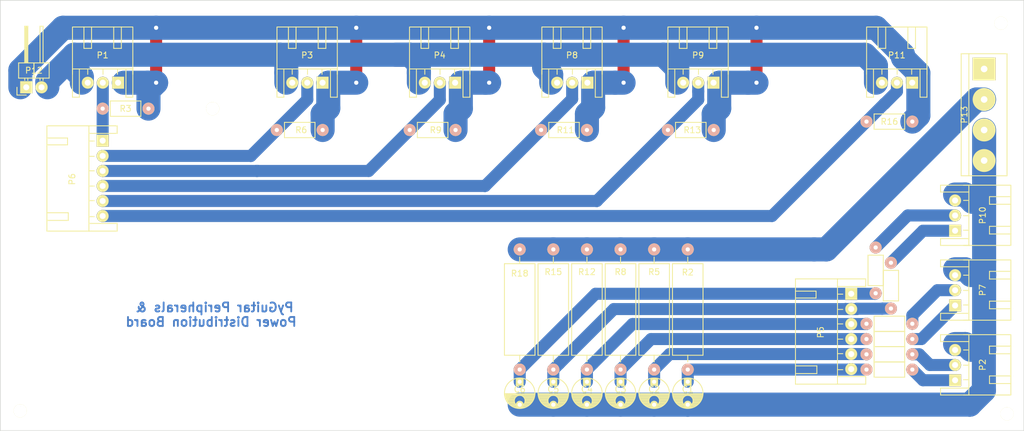
<source format=kicad_pcb>
(kicad_pcb (version 20160815) (host pcbnew no-vcs-found-undefined)

  (general
    (links 70)
    (no_connects 0)
    (area 66.497999 72.085999 236.778001 143.814001)
    (thickness 1.6)
    (drawings 22)
    (tracks 208)
    (zones 0)
    (modules 41)
    (nets 23)
  )

  (page A4)
  (title_block
    (title "PyGuitar Peripherals PCB")
    (date 2016-10-25)
    (rev 1.1)
    (company Pyguitar.org)
    (comment 1 "maximize track widths")
    (comment 2 "minimized track lengths and drill sizes")
  )

  (layers
    (0 F.Cu signal)
    (31 B.Cu signal)
    (37 F.SilkS user)
    (44 Edge.Cuts user)
    (49 F.Fab user)
  )

  (setup
    (last_trace_width 2)
    (trace_clearance 0.49)
    (zone_clearance 0.508)
    (zone_45_only no)
    (trace_min 2)
    (segment_width 0.2)
    (edge_width 0.1)
    (via_size 2)
    (via_drill 0.7)
    (via_min_size 2)
    (via_min_drill 0.3)
    (uvia_size 2)
    (uvia_drill 0.7)
    (uvias_allowed no)
    (uvia_min_size 0.2)
    (uvia_min_drill 0.1)
    (pcb_text_width 0.3)
    (pcb_text_size 1.5 1.5)
    (mod_edge_width 0.15)
    (mod_text_size 1 1)
    (mod_text_width 0.15)
    (pad_size 1.5 1.5)
    (pad_drill 0.6)
    (pad_to_mask_clearance 0)
    (aux_axis_origin 0 0)
    (visible_elements FFFFFF7F)
    (pcbplotparams
      (layerselection 0x21020_ffffffff)
      (usegerberextensions false)
      (excludeedgelayer true)
      (linewidth 0.050000)
      (plotframeref false)
      (viasonmask false)
      (mode 1)
      (useauxorigin false)
      (hpglpennumber 1)
      (hpglpenspeed 20)
      (hpglpendiameter 15)
      (psnegative false)
      (psa4output false)
      (plotreference true)
      (plotvalue true)
      (plotinvisibletext false)
      (padsonsilk true)
      (subtractmaskfromsilk false)
      (outputformat 1)
      (mirror false)
      (drillshape 0)
      (scaleselection 1)
      (outputdirectory GERBER/))
  )

  (net 0 "")
  (net 1 /Y3)
  (net 2 /GND_D)
  (net 3 /Y4)
  (net 4 /Y5)
  (net 5 /Y6)
  (net 6 /X7)
  (net 7 /X22)
  (net 8 /GND_A)
  (net 9 /X1)
  (net 10 /3v3_A)
  (net 11 /PB_1)
  (net 12 /PB_0)
  (net 13 /X2)
  (net 14 /X3)
  (net 15 /X4)
  (net 16 /Y11)
  (net 17 /Y12)
  (net 18 /PB_5)
  (net 19 /PB_4)
  (net 20 /PB_2)
  (net 21 /PB_3)
  (net 22 /3v3_D)

  (net_class Default "This is the default net class."
    (clearance 0.49)
    (trace_width 2)
    (via_dia 2)
    (via_drill 0.7)
    (uvia_dia 2)
    (uvia_drill 0.7)
    (diff_pair_gap 0.49)
    (diff_pair_width 2)
    (add_net /3v3_A)
    (add_net /3v3_D)
    (add_net /GND_A)
    (add_net /GND_D)
    (add_net /PB_0)
    (add_net /PB_1)
    (add_net /PB_2)
    (add_net /PB_3)
    (add_net /PB_4)
    (add_net /PB_5)
    (add_net /X1)
    (add_net /X2)
    (add_net /X22)
    (add_net /X3)
    (add_net /X4)
    (add_net /X7)
    (add_net /Y11)
    (add_net /Y12)
    (add_net /Y3)
    (add_net /Y4)
    (add_net /Y5)
    (add_net /Y6)
  )

  (module misc:Wafer_Horizontal10x5.8x7RM2.5-3_1mmHole (layer F.Cu) (tedit 580FA81E) (tstamp 580CB154)
    (at 142.168 85.852 180)
    (descr "Gold-Tek horizontal wafer connector with 2.5mm pitch")
    (tags "wafer connector horizontal")
    (path /580BAB8D)
    (fp_text reference P4 (at 2.562 4.572 180) (layer F.SilkS)
      (effects (font (size 1 1) (thickness 0.15)))
    )
    (fp_text value SplitPot_2_B (at 8.658 3.556 270) (layer F.Fab)
      (effects (font (size 1 1) (thickness 0.15)))
    )
    (fp_line (start -2.4511 9.271) (end -2.4511 2.286) (layer F.SilkS) (width 0.15))
    (fp_line (start 7.5819 2.286) (end 7.5819 9.271) (layer F.SilkS) (width 0.15))
    (fp_line (start -2.4511 2.413) (end -2.4511 -2.413) (layer F.SilkS) (width 0.15))
    (fp_line (start -1.3081 -2.413) (end -1.3081 2.286) (layer F.SilkS) (width 0.15))
    (fp_line (start -2.4511 -2.413) (end -1.3081 -2.413) (layer F.SilkS) (width 0.15))
    (fp_line (start 6.4389 -2.413) (end 6.4389 2.286) (layer F.SilkS) (width 0.15))
    (fp_line (start 7.5819 -2.413) (end 6.4389 -2.413) (layer F.SilkS) (width 0.15))
    (fp_line (start 7.5819 2.286) (end 7.5819 -2.413) (layer F.SilkS) (width 0.15))
    (fp_line (start 0.7239 5.715) (end 0.7239 9.271) (layer F.SilkS) (width 0.15))
    (fp_line (start -0.5461 5.715) (end 0.7239 5.715) (layer F.SilkS) (width 0.15))
    (fp_line (start -0.5461 9.271) (end -0.5461 5.715) (layer F.SilkS) (width 0.15))
    (fp_line (start 5.6769 5.715) (end 5.6769 9.271) (layer F.SilkS) (width 0.15))
    (fp_line (start 4.4069 5.715) (end 5.6769 5.715) (layer F.SilkS) (width 0.15))
    (fp_line (start 4.4069 9.271) (end 4.4069 5.715) (layer F.SilkS) (width 0.15))
    (fp_line (start -2.4511 2.286) (end -2.4511 1.397) (layer F.SilkS) (width 0.15))
    (fp_line (start 0.0889 1.397) (end 0.0889 2.286) (layer F.SilkS) (width 0.15))
    (fp_line (start 2.5019 2.286) (end 2.5019 1.397) (layer F.SilkS) (width 0.15))
    (fp_line (start 5.0419 2.159) (end 5.0419 1.397) (layer F.SilkS) (width 0.15))
    (fp_line (start 7.5819 2.286) (end 7.5819 1.397) (layer F.SilkS) (width 0.15))
    (fp_line (start -2.413 2.286) (end 7.493 2.286) (layer F.SilkS) (width 0.15))
    (fp_line (start -2.413 9.271) (end 7.493 9.271) (layer F.SilkS) (width 0.15))
    (fp_line (start -2.75 9.65) (end -2.75 -2.75) (layer F.CrtYd) (width 0.05))
    (fp_line (start 7.85 9.65) (end -2.75 9.65) (layer F.CrtYd) (width 0.05))
    (fp_line (start 7.85 -2.75) (end 7.85 9.65) (layer F.CrtYd) (width 0.05))
    (fp_line (start -2.75 -2.75) (end 7.85 -2.75) (layer F.CrtYd) (width 0.05))
    (pad 3 thru_hole circle (at 5.04 0 180) (size 2 2) (drill 1) (layers *.Cu *.Mask F.SilkS)
      (net 10 /3v3_A))
    (pad 2 thru_hole circle (at 2.54 0 180) (size 2 2) (drill 1) (layers *.Cu *.Mask F.SilkS)
      (net 14 /X3))
    (pad 1 thru_hole rect (at 0 0 180) (size 2 2) (drill 1) (layers *.Cu *.Mask F.SilkS)
      (net 8 /GND_A))
  )

  (module misc:C_Radial_D5_L11_P3.81_0_7mm_Hole (layer F.Cu) (tedit 580FADEB) (tstamp 580EEC3D)
    (at 175.26 136.296 270)
    (descr "Radial Electrolytic Capacitor Diameter 5mm x Length 11mm, Pitch 2.5mm")
    (tags "Electrolytic Capacitor")
    (path /580C5ABF)
    (fp_text reference C2 (at 0.61 0) (layer F.SilkS)
      (effects (font (size 1 1) (thickness 0.15)))
    )
    (fp_text value 1µF (at 4.928 0) (layer F.Fab)
      (effects (font (size 1 1) (thickness 0.15)))
    )
    (fp_circle (center 1.25 0) (end 1.25 -2.8) (layer F.CrtYd) (width 0.05))
    (fp_circle (center 1.25 0) (end 1.25 -2.5375) (layer F.SilkS) (width 0.15))
    (fp_circle (center 2.5 0) (end 2.5 -0.9) (layer F.SilkS) (width 0.15))
    (fp_line (start 3.705 -0.472) (end 3.705 0.472) (layer F.SilkS) (width 0.15))
    (fp_line (start 3.565 -0.944) (end 3.565 0.944) (layer F.SilkS) (width 0.15))
    (fp_line (start 3.425 -1.233) (end 3.425 1.233) (layer F.SilkS) (width 0.15))
    (fp_line (start 3.285 0.44) (end 3.285 1.452) (layer F.SilkS) (width 0.15))
    (fp_line (start 3.285 -1.452) (end 3.285 -0.44) (layer F.SilkS) (width 0.15))
    (fp_line (start 3.145 0.628) (end 3.145 1.631) (layer F.SilkS) (width 0.15))
    (fp_line (start 3.145 -1.631) (end 3.145 -0.628) (layer F.SilkS) (width 0.15))
    (fp_line (start 3.005 0.745) (end 3.005 1.78) (layer F.SilkS) (width 0.15))
    (fp_line (start 3.005 -1.78) (end 3.005 -0.745) (layer F.SilkS) (width 0.15))
    (fp_line (start 2.865 0.823) (end 2.865 1.908) (layer F.SilkS) (width 0.15))
    (fp_line (start 2.865 -1.908) (end 2.865 -0.823) (layer F.SilkS) (width 0.15))
    (fp_line (start 2.725 0.871) (end 2.725 2.019) (layer F.SilkS) (width 0.15))
    (fp_line (start 2.725 -2.019) (end 2.725 -0.871) (layer F.SilkS) (width 0.15))
    (fp_line (start 2.585 0.896) (end 2.585 2.114) (layer F.SilkS) (width 0.15))
    (fp_line (start 2.585 -2.114) (end 2.585 -0.896) (layer F.SilkS) (width 0.15))
    (fp_line (start 2.445 0.898) (end 2.445 2.196) (layer F.SilkS) (width 0.15))
    (fp_line (start 2.445 -2.196) (end 2.445 -0.898) (layer F.SilkS) (width 0.15))
    (fp_line (start 2.305 0.879) (end 2.305 2.266) (layer F.SilkS) (width 0.15))
    (fp_line (start 2.305 -2.266) (end 2.305 -0.879) (layer F.SilkS) (width 0.15))
    (fp_line (start 2.165 0.835) (end 2.165 2.327) (layer F.SilkS) (width 0.15))
    (fp_line (start 2.165 -2.327) (end 2.165 -0.835) (layer F.SilkS) (width 0.15))
    (fp_line (start 2.025 0.764) (end 2.025 2.377) (layer F.SilkS) (width 0.15))
    (fp_line (start 2.025 -2.377) (end 2.025 -0.764) (layer F.SilkS) (width 0.15))
    (fp_line (start 1.885 0.657) (end 1.885 2.418) (layer F.SilkS) (width 0.15))
    (fp_line (start 1.885 -2.418) (end 1.885 -0.657) (layer F.SilkS) (width 0.15))
    (fp_line (start 1.745 0.49) (end 1.745 2.451) (layer F.SilkS) (width 0.15))
    (fp_line (start 1.745 -2.451) (end 1.745 -0.49) (layer F.SilkS) (width 0.15))
    (fp_line (start 1.605 0.095) (end 1.605 2.475) (layer F.SilkS) (width 0.15))
    (fp_line (start 1.605 -2.475) (end 1.605 -0.095) (layer F.SilkS) (width 0.15))
    (fp_line (start 1.465 -2.491) (end 1.465 2.491) (layer F.SilkS) (width 0.15))
    (fp_line (start 1.325 -2.499) (end 1.325 2.499) (layer F.SilkS) (width 0.15))
    (pad 2 thru_hole circle (at 3.15 0 270) (size 1.3 1.3) (drill 0.7) (layers *.Cu *.Mask F.SilkS)
      (net 2 /GND_D))
    (pad 1 thru_hole rect (at -0.655 0 270) (size 1.3 1.3) (drill 0.7) (layers *.Cu *.Mask F.SilkS)
      (net 3 /Y4))
    (model Capacitors_ThroughHole.3dshapes/C_Radial_D5_L11_P2.5.wrl
      (at (xyz 0.049213 0 0))
      (scale (xyz 1 1 1))
      (rotate (xyz 0 0 90))
    )
  )

  (module misc:C_Radial_D5_L11_P3.81_0_7mm_Hole (layer F.Cu) (tedit 580FADEB) (tstamp 580EEC16)
    (at 180.848 136.291 270)
    (descr "Radial Electrolytic Capacitor Diameter 5mm x Length 11mm, Pitch 2.5mm")
    (tags "Electrolytic Capacitor")
    (path /580C3AB9)
    (fp_text reference C1 (at 0.61 0) (layer F.SilkS)
      (effects (font (size 1 1) (thickness 0.15)))
    )
    (fp_text value 1µF (at 4.928 0) (layer F.Fab)
      (effects (font (size 1 1) (thickness 0.15)))
    )
    (fp_circle (center 1.25 0) (end 1.25 -2.8) (layer F.CrtYd) (width 0.05))
    (fp_circle (center 1.25 0) (end 1.25 -2.5375) (layer F.SilkS) (width 0.15))
    (fp_circle (center 2.5 0) (end 2.5 -0.9) (layer F.SilkS) (width 0.15))
    (fp_line (start 3.705 -0.472) (end 3.705 0.472) (layer F.SilkS) (width 0.15))
    (fp_line (start 3.565 -0.944) (end 3.565 0.944) (layer F.SilkS) (width 0.15))
    (fp_line (start 3.425 -1.233) (end 3.425 1.233) (layer F.SilkS) (width 0.15))
    (fp_line (start 3.285 0.44) (end 3.285 1.452) (layer F.SilkS) (width 0.15))
    (fp_line (start 3.285 -1.452) (end 3.285 -0.44) (layer F.SilkS) (width 0.15))
    (fp_line (start 3.145 0.628) (end 3.145 1.631) (layer F.SilkS) (width 0.15))
    (fp_line (start 3.145 -1.631) (end 3.145 -0.628) (layer F.SilkS) (width 0.15))
    (fp_line (start 3.005 0.745) (end 3.005 1.78) (layer F.SilkS) (width 0.15))
    (fp_line (start 3.005 -1.78) (end 3.005 -0.745) (layer F.SilkS) (width 0.15))
    (fp_line (start 2.865 0.823) (end 2.865 1.908) (layer F.SilkS) (width 0.15))
    (fp_line (start 2.865 -1.908) (end 2.865 -0.823) (layer F.SilkS) (width 0.15))
    (fp_line (start 2.725 0.871) (end 2.725 2.019) (layer F.SilkS) (width 0.15))
    (fp_line (start 2.725 -2.019) (end 2.725 -0.871) (layer F.SilkS) (width 0.15))
    (fp_line (start 2.585 0.896) (end 2.585 2.114) (layer F.SilkS) (width 0.15))
    (fp_line (start 2.585 -2.114) (end 2.585 -0.896) (layer F.SilkS) (width 0.15))
    (fp_line (start 2.445 0.898) (end 2.445 2.196) (layer F.SilkS) (width 0.15))
    (fp_line (start 2.445 -2.196) (end 2.445 -0.898) (layer F.SilkS) (width 0.15))
    (fp_line (start 2.305 0.879) (end 2.305 2.266) (layer F.SilkS) (width 0.15))
    (fp_line (start 2.305 -2.266) (end 2.305 -0.879) (layer F.SilkS) (width 0.15))
    (fp_line (start 2.165 0.835) (end 2.165 2.327) (layer F.SilkS) (width 0.15))
    (fp_line (start 2.165 -2.327) (end 2.165 -0.835) (layer F.SilkS) (width 0.15))
    (fp_line (start 2.025 0.764) (end 2.025 2.377) (layer F.SilkS) (width 0.15))
    (fp_line (start 2.025 -2.377) (end 2.025 -0.764) (layer F.SilkS) (width 0.15))
    (fp_line (start 1.885 0.657) (end 1.885 2.418) (layer F.SilkS) (width 0.15))
    (fp_line (start 1.885 -2.418) (end 1.885 -0.657) (layer F.SilkS) (width 0.15))
    (fp_line (start 1.745 0.49) (end 1.745 2.451) (layer F.SilkS) (width 0.15))
    (fp_line (start 1.745 -2.451) (end 1.745 -0.49) (layer F.SilkS) (width 0.15))
    (fp_line (start 1.605 0.095) (end 1.605 2.475) (layer F.SilkS) (width 0.15))
    (fp_line (start 1.605 -2.475) (end 1.605 -0.095) (layer F.SilkS) (width 0.15))
    (fp_line (start 1.465 -2.491) (end 1.465 2.491) (layer F.SilkS) (width 0.15))
    (fp_line (start 1.325 -2.499) (end 1.325 2.499) (layer F.SilkS) (width 0.15))
    (pad 2 thru_hole circle (at 3.15 0 270) (size 1.3 1.3) (drill 0.7) (layers *.Cu *.Mask F.SilkS)
      (net 2 /GND_D))
    (pad 1 thru_hole rect (at -0.655 0 270) (size 1.3 1.3) (drill 0.7) (layers *.Cu *.Mask F.SilkS)
      (net 1 /Y3))
    (model Capacitors_ThroughHole.3dshapes/C_Radial_D5_L11_P2.5.wrl
      (at (xyz 0.049213 0 0))
      (scale (xyz 1 1 1))
      (rotate (xyz 0 0 90))
    )
  )

  (module misc:C_Radial_D5_L11_P3.81_0_7mm_Hole (layer F.Cu) (tedit 580FADEB) (tstamp 580EEC8B)
    (at 164.084 136.296 270)
    (descr "Radial Electrolytic Capacitor Diameter 5mm x Length 11mm, Pitch 2.5mm")
    (tags "Electrolytic Capacitor")
    (path /580C894F)
    (fp_text reference C4 (at 0.61 0) (layer F.SilkS)
      (effects (font (size 1 1) (thickness 0.15)))
    )
    (fp_text value 1µF (at 4.928 0) (layer F.Fab)
      (effects (font (size 1 1) (thickness 0.15)))
    )
    (fp_circle (center 1.25 0) (end 1.25 -2.8) (layer F.CrtYd) (width 0.05))
    (fp_circle (center 1.25 0) (end 1.25 -2.5375) (layer F.SilkS) (width 0.15))
    (fp_circle (center 2.5 0) (end 2.5 -0.9) (layer F.SilkS) (width 0.15))
    (fp_line (start 3.705 -0.472) (end 3.705 0.472) (layer F.SilkS) (width 0.15))
    (fp_line (start 3.565 -0.944) (end 3.565 0.944) (layer F.SilkS) (width 0.15))
    (fp_line (start 3.425 -1.233) (end 3.425 1.233) (layer F.SilkS) (width 0.15))
    (fp_line (start 3.285 0.44) (end 3.285 1.452) (layer F.SilkS) (width 0.15))
    (fp_line (start 3.285 -1.452) (end 3.285 -0.44) (layer F.SilkS) (width 0.15))
    (fp_line (start 3.145 0.628) (end 3.145 1.631) (layer F.SilkS) (width 0.15))
    (fp_line (start 3.145 -1.631) (end 3.145 -0.628) (layer F.SilkS) (width 0.15))
    (fp_line (start 3.005 0.745) (end 3.005 1.78) (layer F.SilkS) (width 0.15))
    (fp_line (start 3.005 -1.78) (end 3.005 -0.745) (layer F.SilkS) (width 0.15))
    (fp_line (start 2.865 0.823) (end 2.865 1.908) (layer F.SilkS) (width 0.15))
    (fp_line (start 2.865 -1.908) (end 2.865 -0.823) (layer F.SilkS) (width 0.15))
    (fp_line (start 2.725 0.871) (end 2.725 2.019) (layer F.SilkS) (width 0.15))
    (fp_line (start 2.725 -2.019) (end 2.725 -0.871) (layer F.SilkS) (width 0.15))
    (fp_line (start 2.585 0.896) (end 2.585 2.114) (layer F.SilkS) (width 0.15))
    (fp_line (start 2.585 -2.114) (end 2.585 -0.896) (layer F.SilkS) (width 0.15))
    (fp_line (start 2.445 0.898) (end 2.445 2.196) (layer F.SilkS) (width 0.15))
    (fp_line (start 2.445 -2.196) (end 2.445 -0.898) (layer F.SilkS) (width 0.15))
    (fp_line (start 2.305 0.879) (end 2.305 2.266) (layer F.SilkS) (width 0.15))
    (fp_line (start 2.305 -2.266) (end 2.305 -0.879) (layer F.SilkS) (width 0.15))
    (fp_line (start 2.165 0.835) (end 2.165 2.327) (layer F.SilkS) (width 0.15))
    (fp_line (start 2.165 -2.327) (end 2.165 -0.835) (layer F.SilkS) (width 0.15))
    (fp_line (start 2.025 0.764) (end 2.025 2.377) (layer F.SilkS) (width 0.15))
    (fp_line (start 2.025 -2.377) (end 2.025 -0.764) (layer F.SilkS) (width 0.15))
    (fp_line (start 1.885 0.657) (end 1.885 2.418) (layer F.SilkS) (width 0.15))
    (fp_line (start 1.885 -2.418) (end 1.885 -0.657) (layer F.SilkS) (width 0.15))
    (fp_line (start 1.745 0.49) (end 1.745 2.451) (layer F.SilkS) (width 0.15))
    (fp_line (start 1.745 -2.451) (end 1.745 -0.49) (layer F.SilkS) (width 0.15))
    (fp_line (start 1.605 0.095) (end 1.605 2.475) (layer F.SilkS) (width 0.15))
    (fp_line (start 1.605 -2.475) (end 1.605 -0.095) (layer F.SilkS) (width 0.15))
    (fp_line (start 1.465 -2.491) (end 1.465 2.491) (layer F.SilkS) (width 0.15))
    (fp_line (start 1.325 -2.499) (end 1.325 2.499) (layer F.SilkS) (width 0.15))
    (pad 2 thru_hole circle (at 3.15 0 270) (size 1.3 1.3) (drill 0.7) (layers *.Cu *.Mask F.SilkS)
      (net 2 /GND_D))
    (pad 1 thru_hole rect (at -0.655 0 270) (size 1.3 1.3) (drill 0.7) (layers *.Cu *.Mask F.SilkS)
      (net 5 /Y6))
    (model Capacitors_ThroughHole.3dshapes/C_Radial_D5_L11_P2.5.wrl
      (at (xyz 0.049213 0 0))
      (scale (xyz 1 1 1))
      (rotate (xyz 0 0 90))
    )
  )

  (module misc:C_Radial_D5_L11_P3.81_0_7mm_Hole (layer F.Cu) (tedit 580FADEB) (tstamp 580EEC64)
    (at 169.672 136.296 270)
    (descr "Radial Electrolytic Capacitor Diameter 5mm x Length 11mm, Pitch 2.5mm")
    (tags "Electrolytic Capacitor")
    (path /580C8937)
    (fp_text reference C3 (at 0.61 0) (layer F.SilkS)
      (effects (font (size 1 1) (thickness 0.15)))
    )
    (fp_text value 1µF (at 4.928 0) (layer F.Fab)
      (effects (font (size 1 1) (thickness 0.15)))
    )
    (fp_circle (center 1.25 0) (end 1.25 -2.8) (layer F.CrtYd) (width 0.05))
    (fp_circle (center 1.25 0) (end 1.25 -2.5375) (layer F.SilkS) (width 0.15))
    (fp_circle (center 2.5 0) (end 2.5 -0.9) (layer F.SilkS) (width 0.15))
    (fp_line (start 3.705 -0.472) (end 3.705 0.472) (layer F.SilkS) (width 0.15))
    (fp_line (start 3.565 -0.944) (end 3.565 0.944) (layer F.SilkS) (width 0.15))
    (fp_line (start 3.425 -1.233) (end 3.425 1.233) (layer F.SilkS) (width 0.15))
    (fp_line (start 3.285 0.44) (end 3.285 1.452) (layer F.SilkS) (width 0.15))
    (fp_line (start 3.285 -1.452) (end 3.285 -0.44) (layer F.SilkS) (width 0.15))
    (fp_line (start 3.145 0.628) (end 3.145 1.631) (layer F.SilkS) (width 0.15))
    (fp_line (start 3.145 -1.631) (end 3.145 -0.628) (layer F.SilkS) (width 0.15))
    (fp_line (start 3.005 0.745) (end 3.005 1.78) (layer F.SilkS) (width 0.15))
    (fp_line (start 3.005 -1.78) (end 3.005 -0.745) (layer F.SilkS) (width 0.15))
    (fp_line (start 2.865 0.823) (end 2.865 1.908) (layer F.SilkS) (width 0.15))
    (fp_line (start 2.865 -1.908) (end 2.865 -0.823) (layer F.SilkS) (width 0.15))
    (fp_line (start 2.725 0.871) (end 2.725 2.019) (layer F.SilkS) (width 0.15))
    (fp_line (start 2.725 -2.019) (end 2.725 -0.871) (layer F.SilkS) (width 0.15))
    (fp_line (start 2.585 0.896) (end 2.585 2.114) (layer F.SilkS) (width 0.15))
    (fp_line (start 2.585 -2.114) (end 2.585 -0.896) (layer F.SilkS) (width 0.15))
    (fp_line (start 2.445 0.898) (end 2.445 2.196) (layer F.SilkS) (width 0.15))
    (fp_line (start 2.445 -2.196) (end 2.445 -0.898) (layer F.SilkS) (width 0.15))
    (fp_line (start 2.305 0.879) (end 2.305 2.266) (layer F.SilkS) (width 0.15))
    (fp_line (start 2.305 -2.266) (end 2.305 -0.879) (layer F.SilkS) (width 0.15))
    (fp_line (start 2.165 0.835) (end 2.165 2.327) (layer F.SilkS) (width 0.15))
    (fp_line (start 2.165 -2.327) (end 2.165 -0.835) (layer F.SilkS) (width 0.15))
    (fp_line (start 2.025 0.764) (end 2.025 2.377) (layer F.SilkS) (width 0.15))
    (fp_line (start 2.025 -2.377) (end 2.025 -0.764) (layer F.SilkS) (width 0.15))
    (fp_line (start 1.885 0.657) (end 1.885 2.418) (layer F.SilkS) (width 0.15))
    (fp_line (start 1.885 -2.418) (end 1.885 -0.657) (layer F.SilkS) (width 0.15))
    (fp_line (start 1.745 0.49) (end 1.745 2.451) (layer F.SilkS) (width 0.15))
    (fp_line (start 1.745 -2.451) (end 1.745 -0.49) (layer F.SilkS) (width 0.15))
    (fp_line (start 1.605 0.095) (end 1.605 2.475) (layer F.SilkS) (width 0.15))
    (fp_line (start 1.605 -2.475) (end 1.605 -0.095) (layer F.SilkS) (width 0.15))
    (fp_line (start 1.465 -2.491) (end 1.465 2.491) (layer F.SilkS) (width 0.15))
    (fp_line (start 1.325 -2.499) (end 1.325 2.499) (layer F.SilkS) (width 0.15))
    (pad 2 thru_hole circle (at 3.15 0 270) (size 1.3 1.3) (drill 0.7) (layers *.Cu *.Mask F.SilkS)
      (net 2 /GND_D))
    (pad 1 thru_hole rect (at -0.655 0 270) (size 1.3 1.3) (drill 0.7) (layers *.Cu *.Mask F.SilkS)
      (net 4 /Y5))
    (model Capacitors_ThroughHole.3dshapes/C_Radial_D5_L11_P2.5.wrl
      (at (xyz 0.049213 0 0))
      (scale (xyz 1 1 1))
      (rotate (xyz 0 0 90))
    )
  )

  (module misc:C_Radial_D5_L11_P3.81_0_7mm_Hole (layer F.Cu) (tedit 580FADEB) (tstamp 580EECB2)
    (at 158.496 136.296 270)
    (descr "Radial Electrolytic Capacitor Diameter 5mm x Length 11mm, Pitch 2.5mm")
    (tags "Electrolytic Capacitor")
    (path /580C7699)
    (fp_text reference C5 (at 0.61 0) (layer F.SilkS)
      (effects (font (size 1 1) (thickness 0.15)))
    )
    (fp_text value 1µF (at 4.928 0) (layer F.Fab)
      (effects (font (size 1 1) (thickness 0.15)))
    )
    (fp_circle (center 1.25 0) (end 1.25 -2.8) (layer F.CrtYd) (width 0.05))
    (fp_circle (center 1.25 0) (end 1.25 -2.5375) (layer F.SilkS) (width 0.15))
    (fp_circle (center 2.5 0) (end 2.5 -0.9) (layer F.SilkS) (width 0.15))
    (fp_line (start 3.705 -0.472) (end 3.705 0.472) (layer F.SilkS) (width 0.15))
    (fp_line (start 3.565 -0.944) (end 3.565 0.944) (layer F.SilkS) (width 0.15))
    (fp_line (start 3.425 -1.233) (end 3.425 1.233) (layer F.SilkS) (width 0.15))
    (fp_line (start 3.285 0.44) (end 3.285 1.452) (layer F.SilkS) (width 0.15))
    (fp_line (start 3.285 -1.452) (end 3.285 -0.44) (layer F.SilkS) (width 0.15))
    (fp_line (start 3.145 0.628) (end 3.145 1.631) (layer F.SilkS) (width 0.15))
    (fp_line (start 3.145 -1.631) (end 3.145 -0.628) (layer F.SilkS) (width 0.15))
    (fp_line (start 3.005 0.745) (end 3.005 1.78) (layer F.SilkS) (width 0.15))
    (fp_line (start 3.005 -1.78) (end 3.005 -0.745) (layer F.SilkS) (width 0.15))
    (fp_line (start 2.865 0.823) (end 2.865 1.908) (layer F.SilkS) (width 0.15))
    (fp_line (start 2.865 -1.908) (end 2.865 -0.823) (layer F.SilkS) (width 0.15))
    (fp_line (start 2.725 0.871) (end 2.725 2.019) (layer F.SilkS) (width 0.15))
    (fp_line (start 2.725 -2.019) (end 2.725 -0.871) (layer F.SilkS) (width 0.15))
    (fp_line (start 2.585 0.896) (end 2.585 2.114) (layer F.SilkS) (width 0.15))
    (fp_line (start 2.585 -2.114) (end 2.585 -0.896) (layer F.SilkS) (width 0.15))
    (fp_line (start 2.445 0.898) (end 2.445 2.196) (layer F.SilkS) (width 0.15))
    (fp_line (start 2.445 -2.196) (end 2.445 -0.898) (layer F.SilkS) (width 0.15))
    (fp_line (start 2.305 0.879) (end 2.305 2.266) (layer F.SilkS) (width 0.15))
    (fp_line (start 2.305 -2.266) (end 2.305 -0.879) (layer F.SilkS) (width 0.15))
    (fp_line (start 2.165 0.835) (end 2.165 2.327) (layer F.SilkS) (width 0.15))
    (fp_line (start 2.165 -2.327) (end 2.165 -0.835) (layer F.SilkS) (width 0.15))
    (fp_line (start 2.025 0.764) (end 2.025 2.377) (layer F.SilkS) (width 0.15))
    (fp_line (start 2.025 -2.377) (end 2.025 -0.764) (layer F.SilkS) (width 0.15))
    (fp_line (start 1.885 0.657) (end 1.885 2.418) (layer F.SilkS) (width 0.15))
    (fp_line (start 1.885 -2.418) (end 1.885 -0.657) (layer F.SilkS) (width 0.15))
    (fp_line (start 1.745 0.49) (end 1.745 2.451) (layer F.SilkS) (width 0.15))
    (fp_line (start 1.745 -2.451) (end 1.745 -0.49) (layer F.SilkS) (width 0.15))
    (fp_line (start 1.605 0.095) (end 1.605 2.475) (layer F.SilkS) (width 0.15))
    (fp_line (start 1.605 -2.475) (end 1.605 -0.095) (layer F.SilkS) (width 0.15))
    (fp_line (start 1.465 -2.491) (end 1.465 2.491) (layer F.SilkS) (width 0.15))
    (fp_line (start 1.325 -2.499) (end 1.325 2.499) (layer F.SilkS) (width 0.15))
    (pad 2 thru_hole circle (at 3.15 0 270) (size 1.3 1.3) (drill 0.7) (layers *.Cu *.Mask F.SilkS)
      (net 2 /GND_D))
    (pad 1 thru_hole rect (at -0.655 0 270) (size 1.3 1.3) (drill 0.7) (layers *.Cu *.Mask F.SilkS)
      (net 6 /X7))
    (model Capacitors_ThroughHole.3dshapes/C_Radial_D5_L11_P2.5.wrl
      (at (xyz 0.049213 0 0))
      (scale (xyz 1 1 1))
      (rotate (xyz 0 0 90))
    )
  )

  (module misc:C_Radial_D5_L11_P3.81_0_7mm_Hole (layer F.Cu) (tedit 580FADEB) (tstamp 580EECD9)
    (at 152.908 136.296 270)
    (descr "Radial Electrolytic Capacitor Diameter 5mm x Length 11mm, Pitch 2.5mm")
    (tags "Electrolytic Capacitor")
    (path /580C891F)
    (fp_text reference C6 (at 0.61 0) (layer F.SilkS)
      (effects (font (size 1 1) (thickness 0.15)))
    )
    (fp_text value 1µF (at 4.928 0) (layer F.Fab)
      (effects (font (size 1 1) (thickness 0.15)))
    )
    (fp_circle (center 1.25 0) (end 1.25 -2.8) (layer F.CrtYd) (width 0.05))
    (fp_circle (center 1.25 0) (end 1.25 -2.5375) (layer F.SilkS) (width 0.15))
    (fp_circle (center 2.5 0) (end 2.5 -0.9) (layer F.SilkS) (width 0.15))
    (fp_line (start 3.705 -0.472) (end 3.705 0.472) (layer F.SilkS) (width 0.15))
    (fp_line (start 3.565 -0.944) (end 3.565 0.944) (layer F.SilkS) (width 0.15))
    (fp_line (start 3.425 -1.233) (end 3.425 1.233) (layer F.SilkS) (width 0.15))
    (fp_line (start 3.285 0.44) (end 3.285 1.452) (layer F.SilkS) (width 0.15))
    (fp_line (start 3.285 -1.452) (end 3.285 -0.44) (layer F.SilkS) (width 0.15))
    (fp_line (start 3.145 0.628) (end 3.145 1.631) (layer F.SilkS) (width 0.15))
    (fp_line (start 3.145 -1.631) (end 3.145 -0.628) (layer F.SilkS) (width 0.15))
    (fp_line (start 3.005 0.745) (end 3.005 1.78) (layer F.SilkS) (width 0.15))
    (fp_line (start 3.005 -1.78) (end 3.005 -0.745) (layer F.SilkS) (width 0.15))
    (fp_line (start 2.865 0.823) (end 2.865 1.908) (layer F.SilkS) (width 0.15))
    (fp_line (start 2.865 -1.908) (end 2.865 -0.823) (layer F.SilkS) (width 0.15))
    (fp_line (start 2.725 0.871) (end 2.725 2.019) (layer F.SilkS) (width 0.15))
    (fp_line (start 2.725 -2.019) (end 2.725 -0.871) (layer F.SilkS) (width 0.15))
    (fp_line (start 2.585 0.896) (end 2.585 2.114) (layer F.SilkS) (width 0.15))
    (fp_line (start 2.585 -2.114) (end 2.585 -0.896) (layer F.SilkS) (width 0.15))
    (fp_line (start 2.445 0.898) (end 2.445 2.196) (layer F.SilkS) (width 0.15))
    (fp_line (start 2.445 -2.196) (end 2.445 -0.898) (layer F.SilkS) (width 0.15))
    (fp_line (start 2.305 0.879) (end 2.305 2.266) (layer F.SilkS) (width 0.15))
    (fp_line (start 2.305 -2.266) (end 2.305 -0.879) (layer F.SilkS) (width 0.15))
    (fp_line (start 2.165 0.835) (end 2.165 2.327) (layer F.SilkS) (width 0.15))
    (fp_line (start 2.165 -2.327) (end 2.165 -0.835) (layer F.SilkS) (width 0.15))
    (fp_line (start 2.025 0.764) (end 2.025 2.377) (layer F.SilkS) (width 0.15))
    (fp_line (start 2.025 -2.377) (end 2.025 -0.764) (layer F.SilkS) (width 0.15))
    (fp_line (start 1.885 0.657) (end 1.885 2.418) (layer F.SilkS) (width 0.15))
    (fp_line (start 1.885 -2.418) (end 1.885 -0.657) (layer F.SilkS) (width 0.15))
    (fp_line (start 1.745 0.49) (end 1.745 2.451) (layer F.SilkS) (width 0.15))
    (fp_line (start 1.745 -2.451) (end 1.745 -0.49) (layer F.SilkS) (width 0.15))
    (fp_line (start 1.605 0.095) (end 1.605 2.475) (layer F.SilkS) (width 0.15))
    (fp_line (start 1.605 -2.475) (end 1.605 -0.095) (layer F.SilkS) (width 0.15))
    (fp_line (start 1.465 -2.491) (end 1.465 2.491) (layer F.SilkS) (width 0.15))
    (fp_line (start 1.325 -2.499) (end 1.325 2.499) (layer F.SilkS) (width 0.15))
    (pad 2 thru_hole circle (at 3.15 0 270) (size 1.3 1.3) (drill 0.7) (layers *.Cu *.Mask F.SilkS)
      (net 2 /GND_D))
    (pad 1 thru_hole rect (at -0.655 0 270) (size 1.3 1.3) (drill 0.7) (layers *.Cu *.Mask F.SilkS)
      (net 7 /X22))
    (model Capacitors_ThroughHole.3dshapes/C_Radial_D5_L11_P2.5.wrl
      (at (xyz 0.049213 0 0))
      (scale (xyz 1 1 1))
      (rotate (xyz 0 0 90))
    )
  )

  (module misc:Wafer_Horizontal17.5x5.8x7RM2.5-6_1mm_Hole (layer F.Cu) (tedit 580FA9C6) (tstamp 580CB15E)
    (at 208.026 120.9875 270)
    (descr "Gold-Tek horizontal wafer connector with 2.5mm pitch")
    (tags "wafer connector horizontal")
    (path /580A9008)
    (fp_text reference P5 (at 6.4135 5.08 270) (layer F.SilkS)
      (effects (font (size 1 1) (thickness 0.15)))
    )
    (fp_text value PB_OUT (at 16.764 4.318) (layer F.Fab)
      (effects (font (size 1 1) (thickness 0.15)))
    )
    (fp_line (start 0.0635 2.286) (end 0.0635 1.397) (layer F.SilkS) (width 0.15))
    (fp_line (start 2.6035 2.286) (end 2.6035 1.397) (layer F.SilkS) (width 0.15))
    (fp_line (start 5.0165 2.286) (end 5.0165 1.397) (layer F.SilkS) (width 0.15))
    (fp_line (start 7.5565 2.286) (end 7.5565 1.397) (layer F.SilkS) (width 0.15))
    (fp_line (start 9.9695 2.286) (end 9.9695 1.397) (layer F.SilkS) (width 0.15))
    (fp_line (start 12.6365 2.286) (end 12.6365 1.397) (layer F.SilkS) (width 0.15))
    (fp_line (start 0.6985 5.842) (end 0.6985 9.271) (layer F.SilkS) (width 0.15))
    (fp_line (start -0.4445 5.842) (end 0.6985 5.842) (layer F.SilkS) (width 0.15))
    (fp_line (start 13.2715 5.715) (end 13.2715 9.271) (layer F.SilkS) (width 0.15))
    (fp_line (start 12.0015 5.715) (end 13.2715 5.715) (layer F.SilkS) (width 0.15))
    (fp_line (start 12.0015 9.271) (end 12.0015 5.715) (layer F.SilkS) (width 0.15))
    (fp_line (start -2.4765 2.286) (end -2.4765 9.271) (layer F.SilkS) (width 0.15))
    (fp_line (start 15.0495 2.286) (end 15.0495 9.271) (layer F.SilkS) (width 0.15))
    (fp_line (start -0.4445 5.842) (end -0.4445 9.271) (layer F.SilkS) (width 0.15))
    (fp_line (start -2.4765 9.271) (end 15.0495 9.271) (layer F.SilkS) (width 0.15))
    (fp_line (start -2.4765 2.286) (end 15.0495 2.286) (layer F.SilkS) (width 0.15))
    (fp_line (start -1.2065 -2.413) (end -1.2065 2.286) (layer F.SilkS) (width 0.15))
    (fp_line (start -1.4605 -2.413) (end -1.2065 -2.413) (layer F.SilkS) (width 0.15))
    (fp_line (start -2.4765 -2.413) (end -1.4605 -2.413) (layer F.SilkS) (width 0.15))
    (fp_line (start -2.4765 2.286) (end -2.4765 -2.413) (layer F.SilkS) (width 0.15))
    (fp_line (start 13.7795 -2.413) (end 13.7795 2.286) (layer F.SilkS) (width 0.15))
    (fp_line (start 15.0495 -2.413) (end 13.7795 -2.413) (layer F.SilkS) (width 0.15))
    (fp_line (start 15.0495 2.286) (end 15.0495 -2.413) (layer F.SilkS) (width 0.15))
    (fp_line (start -2.75 9.65) (end -2.75 -2.75) (layer F.CrtYd) (width 0.05))
    (fp_line (start 15.45 9.65) (end -2.75 9.65) (layer F.CrtYd) (width 0.05))
    (fp_line (start 15.45 -2.75) (end 15.45 9.65) (layer F.CrtYd) (width 0.05))
    (fp_line (start -2.75 -2.75) (end 15.45 -2.75) (layer F.CrtYd) (width 0.05))
    (pad 6 thru_hole circle (at 12.5365 0 270) (size 2 2) (drill 1) (layers *.Cu *.Mask F.SilkS)
      (net 1 /Y3))
    (pad 5 thru_hole circle (at 10.0365 0 270) (size 2 2) (drill 1) (layers *.Cu *.Mask F.SilkS)
      (net 3 /Y4))
    (pad 4 thru_hole circle (at 7.5365 0 270) (size 2 2) (drill 1) (layers *.Cu *.Mask F.SilkS)
      (net 4 /Y5))
    (pad 3 thru_hole circle (at 5.0365 0 270) (size 2 2) (drill 1) (layers *.Cu *.Mask F.SilkS)
      (net 5 /Y6))
    (pad 2 thru_hole circle (at 2.5365 0 270) (size 2 2) (drill 1) (layers *.Cu *.Mask F.SilkS)
      (net 6 /X7))
    (pad 1 thru_hole rect (at 0 0 270) (size 2 2) (drill 1) (layers *.Cu *.Mask F.SilkS)
      (net 7 /X22))
    (model Connect.3dshapes/Wafer_Horizontal17.5x5.8x7RM2.5-6.wrl
      (at (xyz 0 0 0))
      (scale (xyz 4 4 4))
      (rotate (xyz 0 0 0))
    )
  )

  (module misc:Wafer_Horizontal17.5x5.8x7RM2.5-6_1mm_Hole (layer F.Cu) (tedit 580FA9C6) (tstamp 580CB168)
    (at 83.566 95.504 270)
    (descr "Gold-Tek horizontal wafer connector with 2.5mm pitch")
    (tags "wafer connector horizontal")
    (path /580A7533)
    (fp_text reference P6 (at 6.4135 5.08 270) (layer F.SilkS)
      (effects (font (size 1 1) (thickness 0.15)))
    )
    (fp_text value Analog_Out (at 16.764 4.318) (layer F.Fab)
      (effects (font (size 1 1) (thickness 0.15)))
    )
    (fp_line (start 0.0635 2.286) (end 0.0635 1.397) (layer F.SilkS) (width 0.15))
    (fp_line (start 2.6035 2.286) (end 2.6035 1.397) (layer F.SilkS) (width 0.15))
    (fp_line (start 5.0165 2.286) (end 5.0165 1.397) (layer F.SilkS) (width 0.15))
    (fp_line (start 7.5565 2.286) (end 7.5565 1.397) (layer F.SilkS) (width 0.15))
    (fp_line (start 9.9695 2.286) (end 9.9695 1.397) (layer F.SilkS) (width 0.15))
    (fp_line (start 12.6365 2.286) (end 12.6365 1.397) (layer F.SilkS) (width 0.15))
    (fp_line (start 0.6985 5.842) (end 0.6985 9.271) (layer F.SilkS) (width 0.15))
    (fp_line (start -0.4445 5.842) (end 0.6985 5.842) (layer F.SilkS) (width 0.15))
    (fp_line (start 13.2715 5.715) (end 13.2715 9.271) (layer F.SilkS) (width 0.15))
    (fp_line (start 12.0015 5.715) (end 13.2715 5.715) (layer F.SilkS) (width 0.15))
    (fp_line (start 12.0015 9.271) (end 12.0015 5.715) (layer F.SilkS) (width 0.15))
    (fp_line (start -2.4765 2.286) (end -2.4765 9.271) (layer F.SilkS) (width 0.15))
    (fp_line (start 15.0495 2.286) (end 15.0495 9.271) (layer F.SilkS) (width 0.15))
    (fp_line (start -0.4445 5.842) (end -0.4445 9.271) (layer F.SilkS) (width 0.15))
    (fp_line (start -2.4765 9.271) (end 15.0495 9.271) (layer F.SilkS) (width 0.15))
    (fp_line (start -2.4765 2.286) (end 15.0495 2.286) (layer F.SilkS) (width 0.15))
    (fp_line (start -1.2065 -2.413) (end -1.2065 2.286) (layer F.SilkS) (width 0.15))
    (fp_line (start -1.4605 -2.413) (end -1.2065 -2.413) (layer F.SilkS) (width 0.15))
    (fp_line (start -2.4765 -2.413) (end -1.4605 -2.413) (layer F.SilkS) (width 0.15))
    (fp_line (start -2.4765 2.286) (end -2.4765 -2.413) (layer F.SilkS) (width 0.15))
    (fp_line (start 13.7795 -2.413) (end 13.7795 2.286) (layer F.SilkS) (width 0.15))
    (fp_line (start 15.0495 -2.413) (end 13.7795 -2.413) (layer F.SilkS) (width 0.15))
    (fp_line (start 15.0495 2.286) (end 15.0495 -2.413) (layer F.SilkS) (width 0.15))
    (fp_line (start -2.75 9.65) (end -2.75 -2.75) (layer F.CrtYd) (width 0.05))
    (fp_line (start 15.45 9.65) (end -2.75 9.65) (layer F.CrtYd) (width 0.05))
    (fp_line (start 15.45 -2.75) (end 15.45 9.65) (layer F.CrtYd) (width 0.05))
    (fp_line (start -2.75 -2.75) (end 15.45 -2.75) (layer F.CrtYd) (width 0.05))
    (pad 6 thru_hole circle (at 12.5365 0 270) (size 2 2) (drill 1) (layers *.Cu *.Mask F.SilkS)
      (net 17 /Y12))
    (pad 5 thru_hole circle (at 10.0365 0 270) (size 2 2) (drill 1) (layers *.Cu *.Mask F.SilkS)
      (net 16 /Y11))
    (pad 4 thru_hole circle (at 7.5365 0 270) (size 2 2) (drill 1) (layers *.Cu *.Mask F.SilkS)
      (net 15 /X4))
    (pad 3 thru_hole circle (at 5.0365 0 270) (size 2 2) (drill 1) (layers *.Cu *.Mask F.SilkS)
      (net 14 /X3))
    (pad 2 thru_hole circle (at 2.5365 0 270) (size 2 2) (drill 1) (layers *.Cu *.Mask F.SilkS)
      (net 13 /X2))
    (pad 1 thru_hole rect (at 0 0 270) (size 2 2) (drill 1) (layers *.Cu *.Mask F.SilkS)
      (net 9 /X1))
    (model Connect.3dshapes/Wafer_Horizontal17.5x5.8x7RM2.5-6.wrl
      (at (xyz 0 0 0))
      (scale (xyz 4 4 4))
      (rotate (xyz 0 0 0))
    )
  )

  (module misc:Pin_Header_Angled_1x02_1mm_hole (layer F.Cu) (tedit 580FA96D) (tstamp 580CB191)
    (at 70.866 86.614 90)
    (descr "Through hole pin header")
    (tags "pin header")
    (path /580A7415)
    (fp_text reference P12 (at 2.794 1.27 180) (layer F.SilkS)
      (effects (font (size 1 1) (thickness 0.15)))
    )
    (fp_text value "Analog Power IN" (at 4.318 -3.048 270) (layer F.Fab)
      (effects (font (size 1 1) (thickness 0.15)))
    )
    (fp_line (start -1.5 -1.75) (end -1.5 4.3) (layer F.CrtYd) (width 0.05))
    (fp_line (start 10.65 -1.75) (end 10.65 4.3) (layer F.CrtYd) (width 0.05))
    (fp_line (start -1.5 -1.75) (end 10.65 -1.75) (layer F.CrtYd) (width 0.05))
    (fp_line (start -1.5 4.3) (end 10.65 4.3) (layer F.CrtYd) (width 0.05))
    (fp_line (start -1.3 -1.55) (end -1.3 0) (layer F.SilkS) (width 0.15))
    (fp_line (start 0 -1.55) (end -1.3 -1.55) (layer F.SilkS) (width 0.15))
    (fp_line (start 4.191 -0.127) (end 10.033 -0.127) (layer F.SilkS) (width 0.15))
    (fp_line (start 10.033 -0.127) (end 10.033 0.127) (layer F.SilkS) (width 0.15))
    (fp_line (start 10.033 0.127) (end 4.191 0.127) (layer F.SilkS) (width 0.15))
    (fp_line (start 4.191 0.127) (end 4.191 0) (layer F.SilkS) (width 0.15))
    (fp_line (start 4.191 0) (end 10.033 0) (layer F.SilkS) (width 0.15))
    (fp_line (start 1.524 -0.254) (end 1.143 -0.254) (layer F.SilkS) (width 0.15))
    (fp_line (start 1.524 0.254) (end 1.143 0.254) (layer F.SilkS) (width 0.15))
    (fp_line (start 1.524 2.286) (end 1.143 2.286) (layer F.SilkS) (width 0.15))
    (fp_line (start 1.524 2.794) (end 1.143 2.794) (layer F.SilkS) (width 0.15))
    (fp_line (start 1.524 -1.27) (end 4.064 -1.27) (layer F.SilkS) (width 0.15))
    (fp_line (start 1.524 1.27) (end 4.064 1.27) (layer F.SilkS) (width 0.15))
    (fp_line (start 1.524 1.27) (end 1.524 3.81) (layer F.SilkS) (width 0.15))
    (fp_line (start 1.524 3.81) (end 4.064 3.81) (layer F.SilkS) (width 0.15))
    (fp_line (start 4.064 2.286) (end 10.16 2.286) (layer F.SilkS) (width 0.15))
    (fp_line (start 10.16 2.286) (end 10.16 2.794) (layer F.SilkS) (width 0.15))
    (fp_line (start 10.16 2.794) (end 4.064 2.794) (layer F.SilkS) (width 0.15))
    (fp_line (start 4.064 3.81) (end 4.064 1.27) (layer F.SilkS) (width 0.15))
    (fp_line (start 4.064 1.27) (end 4.064 -1.27) (layer F.SilkS) (width 0.15))
    (fp_line (start 10.16 0.254) (end 4.064 0.254) (layer F.SilkS) (width 0.15))
    (fp_line (start 10.16 -0.254) (end 10.16 0.254) (layer F.SilkS) (width 0.15))
    (fp_line (start 4.064 -0.254) (end 10.16 -0.254) (layer F.SilkS) (width 0.15))
    (fp_line (start 1.524 1.27) (end 4.064 1.27) (layer F.SilkS) (width 0.15))
    (fp_line (start 1.524 -1.27) (end 1.524 1.27) (layer F.SilkS) (width 0.15))
    (pad 1 thru_hole rect (at 0 0 90) (size 2.032 2.032) (drill 1) (layers *.Cu *.Mask F.SilkS)
      (net 8 /GND_A))
    (pad 2 thru_hole oval (at 0 2.54 90) (size 2.032 2.032) (drill 1) (layers *.Cu *.Mask F.SilkS)
      (net 10 /3v3_A))
    (model Pin_Headers.3dshapes/Pin_Header_Angled_1x02.wrl
      (at (xyz 0 -0.05 0))
      (scale (xyz 1 1 1))
      (rotate (xyz 0 0 90))
    )
  )

  (module misc:Wafer_Horizontal10x5.8x7RM2.5-3_1mmHole (layer F.Cu) (tedit 580FA81E) (tstamp 580CB17D)
    (at 185.128 85.852 180)
    (descr "Gold-Tek horizontal wafer connector with 2.5mm pitch")
    (tags "wafer connector horizontal")
    (path /580BAEF7)
    (fp_text reference P9 (at 2.562 4.572 180) (layer F.SilkS)
      (effects (font (size 1 1) (thickness 0.15)))
    )
    (fp_text value SplitPot_4_D (at 8.658 3.556 270) (layer F.Fab)
      (effects (font (size 1 1) (thickness 0.15)))
    )
    (fp_line (start -2.4511 9.271) (end -2.4511 2.286) (layer F.SilkS) (width 0.15))
    (fp_line (start 7.5819 2.286) (end 7.5819 9.271) (layer F.SilkS) (width 0.15))
    (fp_line (start -2.4511 2.413) (end -2.4511 -2.413) (layer F.SilkS) (width 0.15))
    (fp_line (start -1.3081 -2.413) (end -1.3081 2.286) (layer F.SilkS) (width 0.15))
    (fp_line (start -2.4511 -2.413) (end -1.3081 -2.413) (layer F.SilkS) (width 0.15))
    (fp_line (start 6.4389 -2.413) (end 6.4389 2.286) (layer F.SilkS) (width 0.15))
    (fp_line (start 7.5819 -2.413) (end 6.4389 -2.413) (layer F.SilkS) (width 0.15))
    (fp_line (start 7.5819 2.286) (end 7.5819 -2.413) (layer F.SilkS) (width 0.15))
    (fp_line (start 0.7239 5.715) (end 0.7239 9.271) (layer F.SilkS) (width 0.15))
    (fp_line (start -0.5461 5.715) (end 0.7239 5.715) (layer F.SilkS) (width 0.15))
    (fp_line (start -0.5461 9.271) (end -0.5461 5.715) (layer F.SilkS) (width 0.15))
    (fp_line (start 5.6769 5.715) (end 5.6769 9.271) (layer F.SilkS) (width 0.15))
    (fp_line (start 4.4069 5.715) (end 5.6769 5.715) (layer F.SilkS) (width 0.15))
    (fp_line (start 4.4069 9.271) (end 4.4069 5.715) (layer F.SilkS) (width 0.15))
    (fp_line (start -2.4511 2.286) (end -2.4511 1.397) (layer F.SilkS) (width 0.15))
    (fp_line (start 0.0889 1.397) (end 0.0889 2.286) (layer F.SilkS) (width 0.15))
    (fp_line (start 2.5019 2.286) (end 2.5019 1.397) (layer F.SilkS) (width 0.15))
    (fp_line (start 5.0419 2.159) (end 5.0419 1.397) (layer F.SilkS) (width 0.15))
    (fp_line (start 7.5819 2.286) (end 7.5819 1.397) (layer F.SilkS) (width 0.15))
    (fp_line (start -2.413 2.286) (end 7.493 2.286) (layer F.SilkS) (width 0.15))
    (fp_line (start -2.413 9.271) (end 7.493 9.271) (layer F.SilkS) (width 0.15))
    (fp_line (start -2.75 9.65) (end -2.75 -2.75) (layer F.CrtYd) (width 0.05))
    (fp_line (start 7.85 9.65) (end -2.75 9.65) (layer F.CrtYd) (width 0.05))
    (fp_line (start 7.85 -2.75) (end 7.85 9.65) (layer F.CrtYd) (width 0.05))
    (fp_line (start -2.75 -2.75) (end 7.85 -2.75) (layer F.CrtYd) (width 0.05))
    (pad 3 thru_hole circle (at 5.04 0 180) (size 2 2) (drill 1) (layers *.Cu *.Mask F.SilkS)
      (net 10 /3v3_A))
    (pad 2 thru_hole circle (at 2.54 0 180) (size 2 2) (drill 1) (layers *.Cu *.Mask F.SilkS)
      (net 16 /Y11))
    (pad 1 thru_hole rect (at 0 0 180) (size 2 2) (drill 1) (layers *.Cu *.Mask F.SilkS)
      (net 8 /GND_A))
  )

  (module misc:Wafer_Horizontal10x5.8x7RM2.5-3_1mmHole (layer F.Cu) (tedit 580FA81E) (tstamp 580CB146)
    (at 225.298 135.382 90)
    (descr "Gold-Tek horizontal wafer connector with 2.5mm pitch")
    (tags "wafer connector horizontal")
    (path /580A666B)
    (fp_text reference P2 (at 2.562 4.572 90) (layer F.SilkS)
      (effects (font (size 1 1) (thickness 0.15)))
    )
    (fp_text value SEQ_SAVE (at 8.658 3.556 180) (layer F.Fab)
      (effects (font (size 1 1) (thickness 0.15)))
    )
    (fp_line (start -2.4511 9.271) (end -2.4511 2.286) (layer F.SilkS) (width 0.15))
    (fp_line (start 7.5819 2.286) (end 7.5819 9.271) (layer F.SilkS) (width 0.15))
    (fp_line (start -2.4511 2.413) (end -2.4511 -2.413) (layer F.SilkS) (width 0.15))
    (fp_line (start -1.3081 -2.413) (end -1.3081 2.286) (layer F.SilkS) (width 0.15))
    (fp_line (start -2.4511 -2.413) (end -1.3081 -2.413) (layer F.SilkS) (width 0.15))
    (fp_line (start 6.4389 -2.413) (end 6.4389 2.286) (layer F.SilkS) (width 0.15))
    (fp_line (start 7.5819 -2.413) (end 6.4389 -2.413) (layer F.SilkS) (width 0.15))
    (fp_line (start 7.5819 2.286) (end 7.5819 -2.413) (layer F.SilkS) (width 0.15))
    (fp_line (start 0.7239 5.715) (end 0.7239 9.271) (layer F.SilkS) (width 0.15))
    (fp_line (start -0.5461 5.715) (end 0.7239 5.715) (layer F.SilkS) (width 0.15))
    (fp_line (start -0.5461 9.271) (end -0.5461 5.715) (layer F.SilkS) (width 0.15))
    (fp_line (start 5.6769 5.715) (end 5.6769 9.271) (layer F.SilkS) (width 0.15))
    (fp_line (start 4.4069 5.715) (end 5.6769 5.715) (layer F.SilkS) (width 0.15))
    (fp_line (start 4.4069 9.271) (end 4.4069 5.715) (layer F.SilkS) (width 0.15))
    (fp_line (start -2.4511 2.286) (end -2.4511 1.397) (layer F.SilkS) (width 0.15))
    (fp_line (start 0.0889 1.397) (end 0.0889 2.286) (layer F.SilkS) (width 0.15))
    (fp_line (start 2.5019 2.286) (end 2.5019 1.397) (layer F.SilkS) (width 0.15))
    (fp_line (start 5.0419 2.159) (end 5.0419 1.397) (layer F.SilkS) (width 0.15))
    (fp_line (start 7.5819 2.286) (end 7.5819 1.397) (layer F.SilkS) (width 0.15))
    (fp_line (start -2.413 2.286) (end 7.493 2.286) (layer F.SilkS) (width 0.15))
    (fp_line (start -2.413 9.271) (end 7.493 9.271) (layer F.SilkS) (width 0.15))
    (fp_line (start -2.75 9.65) (end -2.75 -2.75) (layer F.CrtYd) (width 0.05))
    (fp_line (start 7.85 9.65) (end -2.75 9.65) (layer F.CrtYd) (width 0.05))
    (fp_line (start 7.85 -2.75) (end 7.85 9.65) (layer F.CrtYd) (width 0.05))
    (fp_line (start -2.75 -2.75) (end 7.85 -2.75) (layer F.CrtYd) (width 0.05))
    (pad 3 thru_hole circle (at 5.04 0 90) (size 2 2) (drill 1) (layers *.Cu *.Mask F.SilkS)
      (net 2 /GND_D))
    (pad 2 thru_hole circle (at 2.54 0 90) (size 2 2) (drill 1) (layers *.Cu *.Mask F.SilkS)
      (net 11 /PB_1))
    (pad 1 thru_hole rect (at 0 0 90) (size 2 2) (drill 1) (layers *.Cu *.Mask F.SilkS)
      (net 12 /PB_0))
  )

  (module misc:Wafer_Horizontal10x5.8x7RM2.5-3_1mmHole (layer F.Cu) (tedit 580FA81E) (tstamp 580CB13F)
    (at 86.128 85.852 180)
    (descr "Gold-Tek horizontal wafer connector with 2.5mm pitch")
    (tags "wafer connector horizontal")
    (path /580A68E5)
    (fp_text reference P1 (at 2.562 4.572 180) (layer F.SilkS)
      (effects (font (size 1 1) (thickness 0.15)))
    )
    (fp_text value SplitPot_0_M (at 8.658 3.556 270) (layer F.Fab)
      (effects (font (size 1 1) (thickness 0.15)))
    )
    (fp_line (start -2.4511 9.271) (end -2.4511 2.286) (layer F.SilkS) (width 0.15))
    (fp_line (start 7.5819 2.286) (end 7.5819 9.271) (layer F.SilkS) (width 0.15))
    (fp_line (start -2.4511 2.413) (end -2.4511 -2.413) (layer F.SilkS) (width 0.15))
    (fp_line (start -1.3081 -2.413) (end -1.3081 2.286) (layer F.SilkS) (width 0.15))
    (fp_line (start -2.4511 -2.413) (end -1.3081 -2.413) (layer F.SilkS) (width 0.15))
    (fp_line (start 6.4389 -2.413) (end 6.4389 2.286) (layer F.SilkS) (width 0.15))
    (fp_line (start 7.5819 -2.413) (end 6.4389 -2.413) (layer F.SilkS) (width 0.15))
    (fp_line (start 7.5819 2.286) (end 7.5819 -2.413) (layer F.SilkS) (width 0.15))
    (fp_line (start 0.7239 5.715) (end 0.7239 9.271) (layer F.SilkS) (width 0.15))
    (fp_line (start -0.5461 5.715) (end 0.7239 5.715) (layer F.SilkS) (width 0.15))
    (fp_line (start -0.5461 9.271) (end -0.5461 5.715) (layer F.SilkS) (width 0.15))
    (fp_line (start 5.6769 5.715) (end 5.6769 9.271) (layer F.SilkS) (width 0.15))
    (fp_line (start 4.4069 5.715) (end 5.6769 5.715) (layer F.SilkS) (width 0.15))
    (fp_line (start 4.4069 9.271) (end 4.4069 5.715) (layer F.SilkS) (width 0.15))
    (fp_line (start -2.4511 2.286) (end -2.4511 1.397) (layer F.SilkS) (width 0.15))
    (fp_line (start 0.0889 1.397) (end 0.0889 2.286) (layer F.SilkS) (width 0.15))
    (fp_line (start 2.5019 2.286) (end 2.5019 1.397) (layer F.SilkS) (width 0.15))
    (fp_line (start 5.0419 2.159) (end 5.0419 1.397) (layer F.SilkS) (width 0.15))
    (fp_line (start 7.5819 2.286) (end 7.5819 1.397) (layer F.SilkS) (width 0.15))
    (fp_line (start -2.413 2.286) (end 7.493 2.286) (layer F.SilkS) (width 0.15))
    (fp_line (start -2.413 9.271) (end 7.493 9.271) (layer F.SilkS) (width 0.15))
    (fp_line (start -2.75 9.65) (end -2.75 -2.75) (layer F.CrtYd) (width 0.05))
    (fp_line (start 7.85 9.65) (end -2.75 9.65) (layer F.CrtYd) (width 0.05))
    (fp_line (start 7.85 -2.75) (end 7.85 9.65) (layer F.CrtYd) (width 0.05))
    (fp_line (start -2.75 -2.75) (end 7.85 -2.75) (layer F.CrtYd) (width 0.05))
    (pad 3 thru_hole circle (at 5.04 0 180) (size 2 2) (drill 1) (layers *.Cu *.Mask F.SilkS)
      (net 10 /3v3_A))
    (pad 2 thru_hole circle (at 2.54 0 180) (size 2 2) (drill 1) (layers *.Cu *.Mask F.SilkS)
      (net 9 /X1))
    (pad 1 thru_hole rect (at 0 0 180) (size 2 2) (drill 1) (layers *.Cu *.Mask F.SilkS)
      (net 8 /GND_A))
  )

  (module misc:Wafer_Horizontal10x5.8x7RM2.5-3_1mmHole (layer F.Cu) (tedit 580FA81E) (tstamp 580CB14D)
    (at 120.128 85.852 180)
    (descr "Gold-Tek horizontal wafer connector with 2.5mm pitch")
    (tags "wafer connector horizontal")
    (path /580BA874)
    (fp_text reference P3 (at 2.562 4.572 180) (layer F.SilkS)
      (effects (font (size 1 1) (thickness 0.15)))
    )
    (fp_text value SplitPot_1_A (at 8.658 3.556 270) (layer F.Fab)
      (effects (font (size 1 1) (thickness 0.15)))
    )
    (fp_line (start -2.4511 9.271) (end -2.4511 2.286) (layer F.SilkS) (width 0.15))
    (fp_line (start 7.5819 2.286) (end 7.5819 9.271) (layer F.SilkS) (width 0.15))
    (fp_line (start -2.4511 2.413) (end -2.4511 -2.413) (layer F.SilkS) (width 0.15))
    (fp_line (start -1.3081 -2.413) (end -1.3081 2.286) (layer F.SilkS) (width 0.15))
    (fp_line (start -2.4511 -2.413) (end -1.3081 -2.413) (layer F.SilkS) (width 0.15))
    (fp_line (start 6.4389 -2.413) (end 6.4389 2.286) (layer F.SilkS) (width 0.15))
    (fp_line (start 7.5819 -2.413) (end 6.4389 -2.413) (layer F.SilkS) (width 0.15))
    (fp_line (start 7.5819 2.286) (end 7.5819 -2.413) (layer F.SilkS) (width 0.15))
    (fp_line (start 0.7239 5.715) (end 0.7239 9.271) (layer F.SilkS) (width 0.15))
    (fp_line (start -0.5461 5.715) (end 0.7239 5.715) (layer F.SilkS) (width 0.15))
    (fp_line (start -0.5461 9.271) (end -0.5461 5.715) (layer F.SilkS) (width 0.15))
    (fp_line (start 5.6769 5.715) (end 5.6769 9.271) (layer F.SilkS) (width 0.15))
    (fp_line (start 4.4069 5.715) (end 5.6769 5.715) (layer F.SilkS) (width 0.15))
    (fp_line (start 4.4069 9.271) (end 4.4069 5.715) (layer F.SilkS) (width 0.15))
    (fp_line (start -2.4511 2.286) (end -2.4511 1.397) (layer F.SilkS) (width 0.15))
    (fp_line (start 0.0889 1.397) (end 0.0889 2.286) (layer F.SilkS) (width 0.15))
    (fp_line (start 2.5019 2.286) (end 2.5019 1.397) (layer F.SilkS) (width 0.15))
    (fp_line (start 5.0419 2.159) (end 5.0419 1.397) (layer F.SilkS) (width 0.15))
    (fp_line (start 7.5819 2.286) (end 7.5819 1.397) (layer F.SilkS) (width 0.15))
    (fp_line (start -2.413 2.286) (end 7.493 2.286) (layer F.SilkS) (width 0.15))
    (fp_line (start -2.413 9.271) (end 7.493 9.271) (layer F.SilkS) (width 0.15))
    (fp_line (start -2.75 9.65) (end -2.75 -2.75) (layer F.CrtYd) (width 0.05))
    (fp_line (start 7.85 9.65) (end -2.75 9.65) (layer F.CrtYd) (width 0.05))
    (fp_line (start 7.85 -2.75) (end 7.85 9.65) (layer F.CrtYd) (width 0.05))
    (fp_line (start -2.75 -2.75) (end 7.85 -2.75) (layer F.CrtYd) (width 0.05))
    (pad 3 thru_hole circle (at 5.04 0 180) (size 2 2) (drill 1) (layers *.Cu *.Mask F.SilkS)
      (net 10 /3v3_A))
    (pad 2 thru_hole circle (at 2.54 0 180) (size 2 2) (drill 1) (layers *.Cu *.Mask F.SilkS)
      (net 13 /X2))
    (pad 1 thru_hole rect (at 0 0 180) (size 2 2) (drill 1) (layers *.Cu *.Mask F.SilkS)
      (net 8 /GND_A))
  )

  (module misc:Wafer_Horizontal10x5.8x7RM2.5-3_1mmHole (layer F.Cu) (tedit 580FA81E) (tstamp 580CB176)
    (at 164.168 85.852 180)
    (descr "Gold-Tek horizontal wafer connector with 2.5mm pitch")
    (tags "wafer connector horizontal")
    (path /580BAB9E)
    (fp_text reference P8 (at 2.562 4.572 180) (layer F.SilkS)
      (effects (font (size 1 1) (thickness 0.15)))
    )
    (fp_text value SplitPot_3_C (at 8.658 3.556 270) (layer F.Fab)
      (effects (font (size 1 1) (thickness 0.15)))
    )
    (fp_line (start -2.4511 9.271) (end -2.4511 2.286) (layer F.SilkS) (width 0.15))
    (fp_line (start 7.5819 2.286) (end 7.5819 9.271) (layer F.SilkS) (width 0.15))
    (fp_line (start -2.4511 2.413) (end -2.4511 -2.413) (layer F.SilkS) (width 0.15))
    (fp_line (start -1.3081 -2.413) (end -1.3081 2.286) (layer F.SilkS) (width 0.15))
    (fp_line (start -2.4511 -2.413) (end -1.3081 -2.413) (layer F.SilkS) (width 0.15))
    (fp_line (start 6.4389 -2.413) (end 6.4389 2.286) (layer F.SilkS) (width 0.15))
    (fp_line (start 7.5819 -2.413) (end 6.4389 -2.413) (layer F.SilkS) (width 0.15))
    (fp_line (start 7.5819 2.286) (end 7.5819 -2.413) (layer F.SilkS) (width 0.15))
    (fp_line (start 0.7239 5.715) (end 0.7239 9.271) (layer F.SilkS) (width 0.15))
    (fp_line (start -0.5461 5.715) (end 0.7239 5.715) (layer F.SilkS) (width 0.15))
    (fp_line (start -0.5461 9.271) (end -0.5461 5.715) (layer F.SilkS) (width 0.15))
    (fp_line (start 5.6769 5.715) (end 5.6769 9.271) (layer F.SilkS) (width 0.15))
    (fp_line (start 4.4069 5.715) (end 5.6769 5.715) (layer F.SilkS) (width 0.15))
    (fp_line (start 4.4069 9.271) (end 4.4069 5.715) (layer F.SilkS) (width 0.15))
    (fp_line (start -2.4511 2.286) (end -2.4511 1.397) (layer F.SilkS) (width 0.15))
    (fp_line (start 0.0889 1.397) (end 0.0889 2.286) (layer F.SilkS) (width 0.15))
    (fp_line (start 2.5019 2.286) (end 2.5019 1.397) (layer F.SilkS) (width 0.15))
    (fp_line (start 5.0419 2.159) (end 5.0419 1.397) (layer F.SilkS) (width 0.15))
    (fp_line (start 7.5819 2.286) (end 7.5819 1.397) (layer F.SilkS) (width 0.15))
    (fp_line (start -2.413 2.286) (end 7.493 2.286) (layer F.SilkS) (width 0.15))
    (fp_line (start -2.413 9.271) (end 7.493 9.271) (layer F.SilkS) (width 0.15))
    (fp_line (start -2.75 9.65) (end -2.75 -2.75) (layer F.CrtYd) (width 0.05))
    (fp_line (start 7.85 9.65) (end -2.75 9.65) (layer F.CrtYd) (width 0.05))
    (fp_line (start 7.85 -2.75) (end 7.85 9.65) (layer F.CrtYd) (width 0.05))
    (fp_line (start -2.75 -2.75) (end 7.85 -2.75) (layer F.CrtYd) (width 0.05))
    (pad 3 thru_hole circle (at 5.04 0 180) (size 2 2) (drill 1) (layers *.Cu *.Mask F.SilkS)
      (net 10 /3v3_A))
    (pad 2 thru_hole circle (at 2.54 0 180) (size 2 2) (drill 1) (layers *.Cu *.Mask F.SilkS)
      (net 15 /X4))
    (pad 1 thru_hole rect (at 0 0 180) (size 2 2) (drill 1) (layers *.Cu *.Mask F.SilkS)
      (net 8 /GND_A))
  )

  (module misc:Wafer_Horizontal10x5.8x7RM2.5-3_1mmHole (layer F.Cu) (tedit 580FA81E) (tstamp 580CB16F)
    (at 225.298 122.936 90)
    (descr "Gold-Tek horizontal wafer connector with 2.5mm pitch")
    (tags "wafer connector horizontal")
    (path /580C9469)
    (fp_text reference P7 (at 2.562 4.572 90) (layer F.SilkS)
      (effects (font (size 1 1) (thickness 0.15)))
    )
    (fp_text value LCD_PBs (at 8.658 3.556 180) (layer F.Fab)
      (effects (font (size 1 1) (thickness 0.15)))
    )
    (fp_line (start -2.4511 9.271) (end -2.4511 2.286) (layer F.SilkS) (width 0.15))
    (fp_line (start 7.5819 2.286) (end 7.5819 9.271) (layer F.SilkS) (width 0.15))
    (fp_line (start -2.4511 2.413) (end -2.4511 -2.413) (layer F.SilkS) (width 0.15))
    (fp_line (start -1.3081 -2.413) (end -1.3081 2.286) (layer F.SilkS) (width 0.15))
    (fp_line (start -2.4511 -2.413) (end -1.3081 -2.413) (layer F.SilkS) (width 0.15))
    (fp_line (start 6.4389 -2.413) (end 6.4389 2.286) (layer F.SilkS) (width 0.15))
    (fp_line (start 7.5819 -2.413) (end 6.4389 -2.413) (layer F.SilkS) (width 0.15))
    (fp_line (start 7.5819 2.286) (end 7.5819 -2.413) (layer F.SilkS) (width 0.15))
    (fp_line (start 0.7239 5.715) (end 0.7239 9.271) (layer F.SilkS) (width 0.15))
    (fp_line (start -0.5461 5.715) (end 0.7239 5.715) (layer F.SilkS) (width 0.15))
    (fp_line (start -0.5461 9.271) (end -0.5461 5.715) (layer F.SilkS) (width 0.15))
    (fp_line (start 5.6769 5.715) (end 5.6769 9.271) (layer F.SilkS) (width 0.15))
    (fp_line (start 4.4069 5.715) (end 5.6769 5.715) (layer F.SilkS) (width 0.15))
    (fp_line (start 4.4069 9.271) (end 4.4069 5.715) (layer F.SilkS) (width 0.15))
    (fp_line (start -2.4511 2.286) (end -2.4511 1.397) (layer F.SilkS) (width 0.15))
    (fp_line (start 0.0889 1.397) (end 0.0889 2.286) (layer F.SilkS) (width 0.15))
    (fp_line (start 2.5019 2.286) (end 2.5019 1.397) (layer F.SilkS) (width 0.15))
    (fp_line (start 5.0419 2.159) (end 5.0419 1.397) (layer F.SilkS) (width 0.15))
    (fp_line (start 7.5819 2.286) (end 7.5819 1.397) (layer F.SilkS) (width 0.15))
    (fp_line (start -2.413 2.286) (end 7.493 2.286) (layer F.SilkS) (width 0.15))
    (fp_line (start -2.413 9.271) (end 7.493 9.271) (layer F.SilkS) (width 0.15))
    (fp_line (start -2.75 9.65) (end -2.75 -2.75) (layer F.CrtYd) (width 0.05))
    (fp_line (start 7.85 9.65) (end -2.75 9.65) (layer F.CrtYd) (width 0.05))
    (fp_line (start 7.85 -2.75) (end 7.85 9.65) (layer F.CrtYd) (width 0.05))
    (fp_line (start -2.75 -2.75) (end 7.85 -2.75) (layer F.CrtYd) (width 0.05))
    (pad 3 thru_hole circle (at 5.04 0 90) (size 2 2) (drill 1) (layers *.Cu *.Mask F.SilkS)
      (net 2 /GND_D))
    (pad 2 thru_hole circle (at 2.54 0 90) (size 2 2) (drill 1) (layers *.Cu *.Mask F.SilkS)
      (net 18 /PB_5))
    (pad 1 thru_hole rect (at 0 0 90) (size 2 2) (drill 1) (layers *.Cu *.Mask F.SilkS)
      (net 19 /PB_4))
  )

  (module misc:Wafer_Horizontal10x5.8x7RM2.5-3_1mmHole (layer F.Cu) (tedit 580FA81E) (tstamp 580CB184)
    (at 225.298 110.49 90)
    (descr "Gold-Tek horizontal wafer connector with 2.5mm pitch")
    (tags "wafer connector horizontal")
    (path /580C8F8A)
    (fp_text reference P10 (at 2.562 4.572 90) (layer F.SilkS)
      (effects (font (size 1 1) (thickness 0.15)))
    )
    (fp_text value TREM_VIB (at 8.658 3.556 180) (layer F.Fab)
      (effects (font (size 1 1) (thickness 0.15)))
    )
    (fp_line (start -2.4511 9.271) (end -2.4511 2.286) (layer F.SilkS) (width 0.15))
    (fp_line (start 7.5819 2.286) (end 7.5819 9.271) (layer F.SilkS) (width 0.15))
    (fp_line (start -2.4511 2.413) (end -2.4511 -2.413) (layer F.SilkS) (width 0.15))
    (fp_line (start -1.3081 -2.413) (end -1.3081 2.286) (layer F.SilkS) (width 0.15))
    (fp_line (start -2.4511 -2.413) (end -1.3081 -2.413) (layer F.SilkS) (width 0.15))
    (fp_line (start 6.4389 -2.413) (end 6.4389 2.286) (layer F.SilkS) (width 0.15))
    (fp_line (start 7.5819 -2.413) (end 6.4389 -2.413) (layer F.SilkS) (width 0.15))
    (fp_line (start 7.5819 2.286) (end 7.5819 -2.413) (layer F.SilkS) (width 0.15))
    (fp_line (start 0.7239 5.715) (end 0.7239 9.271) (layer F.SilkS) (width 0.15))
    (fp_line (start -0.5461 5.715) (end 0.7239 5.715) (layer F.SilkS) (width 0.15))
    (fp_line (start -0.5461 9.271) (end -0.5461 5.715) (layer F.SilkS) (width 0.15))
    (fp_line (start 5.6769 5.715) (end 5.6769 9.271) (layer F.SilkS) (width 0.15))
    (fp_line (start 4.4069 5.715) (end 5.6769 5.715) (layer F.SilkS) (width 0.15))
    (fp_line (start 4.4069 9.271) (end 4.4069 5.715) (layer F.SilkS) (width 0.15))
    (fp_line (start -2.4511 2.286) (end -2.4511 1.397) (layer F.SilkS) (width 0.15))
    (fp_line (start 0.0889 1.397) (end 0.0889 2.286) (layer F.SilkS) (width 0.15))
    (fp_line (start 2.5019 2.286) (end 2.5019 1.397) (layer F.SilkS) (width 0.15))
    (fp_line (start 5.0419 2.159) (end 5.0419 1.397) (layer F.SilkS) (width 0.15))
    (fp_line (start 7.5819 2.286) (end 7.5819 1.397) (layer F.SilkS) (width 0.15))
    (fp_line (start -2.413 2.286) (end 7.493 2.286) (layer F.SilkS) (width 0.15))
    (fp_line (start -2.413 9.271) (end 7.493 9.271) (layer F.SilkS) (width 0.15))
    (fp_line (start -2.75 9.65) (end -2.75 -2.75) (layer F.CrtYd) (width 0.05))
    (fp_line (start 7.85 9.65) (end -2.75 9.65) (layer F.CrtYd) (width 0.05))
    (fp_line (start 7.85 -2.75) (end 7.85 9.65) (layer F.CrtYd) (width 0.05))
    (fp_line (start -2.75 -2.75) (end 7.85 -2.75) (layer F.CrtYd) (width 0.05))
    (pad 3 thru_hole circle (at 5.04 0 90) (size 2 2) (drill 1) (layers *.Cu *.Mask F.SilkS)
      (net 2 /GND_D))
    (pad 2 thru_hole circle (at 2.54 0 90) (size 2 2) (drill 1) (layers *.Cu *.Mask F.SilkS)
      (net 21 /PB_3))
    (pad 1 thru_hole rect (at 0 0 90) (size 2 2) (drill 1) (layers *.Cu *.Mask F.SilkS)
      (net 20 /PB_2))
  )

  (module misc:Wafer_Horizontal10x5.8x7RM2.5-3_1mmHole (layer F.Cu) (tedit 580FA81E) (tstamp 580CB18B)
    (at 218.168 85.852 180)
    (descr "Gold-Tek horizontal wafer connector with 2.5mm pitch")
    (tags "wafer connector horizontal")
    (path /580BAF08)
    (fp_text reference P11 (at 2.562 4.572 180) (layer F.SilkS)
      (effects (font (size 1 1) (thickness 0.15)))
    )
    (fp_text value SplitPot_5_TR (at 8.658 3.556 270) (layer F.Fab)
      (effects (font (size 1 1) (thickness 0.15)))
    )
    (fp_line (start -2.4511 9.271) (end -2.4511 2.286) (layer F.SilkS) (width 0.15))
    (fp_line (start 7.5819 2.286) (end 7.5819 9.271) (layer F.SilkS) (width 0.15))
    (fp_line (start -2.4511 2.413) (end -2.4511 -2.413) (layer F.SilkS) (width 0.15))
    (fp_line (start -1.3081 -2.413) (end -1.3081 2.286) (layer F.SilkS) (width 0.15))
    (fp_line (start -2.4511 -2.413) (end -1.3081 -2.413) (layer F.SilkS) (width 0.15))
    (fp_line (start 6.4389 -2.413) (end 6.4389 2.286) (layer F.SilkS) (width 0.15))
    (fp_line (start 7.5819 -2.413) (end 6.4389 -2.413) (layer F.SilkS) (width 0.15))
    (fp_line (start 7.5819 2.286) (end 7.5819 -2.413) (layer F.SilkS) (width 0.15))
    (fp_line (start 0.7239 5.715) (end 0.7239 9.271) (layer F.SilkS) (width 0.15))
    (fp_line (start -0.5461 5.715) (end 0.7239 5.715) (layer F.SilkS) (width 0.15))
    (fp_line (start -0.5461 9.271) (end -0.5461 5.715) (layer F.SilkS) (width 0.15))
    (fp_line (start 5.6769 5.715) (end 5.6769 9.271) (layer F.SilkS) (width 0.15))
    (fp_line (start 4.4069 5.715) (end 5.6769 5.715) (layer F.SilkS) (width 0.15))
    (fp_line (start 4.4069 9.271) (end 4.4069 5.715) (layer F.SilkS) (width 0.15))
    (fp_line (start -2.4511 2.286) (end -2.4511 1.397) (layer F.SilkS) (width 0.15))
    (fp_line (start 0.0889 1.397) (end 0.0889 2.286) (layer F.SilkS) (width 0.15))
    (fp_line (start 2.5019 2.286) (end 2.5019 1.397) (layer F.SilkS) (width 0.15))
    (fp_line (start 5.0419 2.159) (end 5.0419 1.397) (layer F.SilkS) (width 0.15))
    (fp_line (start 7.5819 2.286) (end 7.5819 1.397) (layer F.SilkS) (width 0.15))
    (fp_line (start -2.413 2.286) (end 7.493 2.286) (layer F.SilkS) (width 0.15))
    (fp_line (start -2.413 9.271) (end 7.493 9.271) (layer F.SilkS) (width 0.15))
    (fp_line (start -2.75 9.65) (end -2.75 -2.75) (layer F.CrtYd) (width 0.05))
    (fp_line (start 7.85 9.65) (end -2.75 9.65) (layer F.CrtYd) (width 0.05))
    (fp_line (start 7.85 -2.75) (end 7.85 9.65) (layer F.CrtYd) (width 0.05))
    (fp_line (start -2.75 -2.75) (end 7.85 -2.75) (layer F.CrtYd) (width 0.05))
    (pad 3 thru_hole circle (at 5.04 0 180) (size 2 2) (drill 1) (layers *.Cu *.Mask F.SilkS)
      (net 10 /3v3_A))
    (pad 2 thru_hole circle (at 2.54 0 180) (size 2 2) (drill 1) (layers *.Cu *.Mask F.SilkS)
      (net 17 /Y12))
    (pad 1 thru_hole rect (at 0 0 180) (size 2 2) (drill 1) (layers *.Cu *.Mask F.SilkS)
      (net 8 /GND_A))
  )

  (module misc:bornier4_Dinkle (layer F.Cu) (tedit 580FA6CB) (tstamp 580CB199)
    (at 230.124 91.186 270)
    (descr "Bornier d'alimentation 4 pins")
    (tags DEV)
    (path /580CB0EB)
    (fp_text reference P13 (at 0 3.302 270) (layer F.SilkS)
      (effects (font (size 1 1) (thickness 0.15)))
    )
    (fp_text value "Digital Power IN/OUT" (at 0 -4.826 270) (layer F.Fab)
      (effects (font (size 1 1) (thickness 0.15)))
    )
    (fp_line (start -10.16 -3.81) (end -10.16 3.81) (layer F.SilkS) (width 0.15))
    (fp_line (start 10.16 3.81) (end 10.16 -3.81) (layer F.SilkS) (width 0.15))
    (fp_line (start 10.16 2.54) (end -10.16 2.54) (layer F.SilkS) (width 0.15))
    (fp_line (start -10.16 -3.81) (end 10.16 -3.81) (layer F.SilkS) (width 0.15))
    (fp_line (start -10.16 3.81) (end 10.16 3.81) (layer F.SilkS) (width 0.15))
    (pad 2 thru_hole circle (at -2.54 0 270) (size 3.81 3.81) (drill 1.1) (layers *.Cu *.Mask F.SilkS)
      (net 22 /3v3_D))
    (pad 3 thru_hole circle (at 2.54 0 270) (size 3.81 3.81) (drill 1.1) (layers *.Cu *.Mask F.SilkS)
      (net 2 /GND_D))
    (pad 1 thru_hole rect (at -7.62 0 270) (size 3.81 3.81) (drill 1.1) (layers *.Cu *.Mask F.SilkS))
    (pad 4 thru_hole circle (at 7.62 0 270) (size 3.81 3.81) (drill 1.1) (layers *.Cu *.Mask F.SilkS)
      (net 2 /GND_D))
    (model Connect.3dshapes/bornier4.wrl
      (at (xyz 0 0 0))
      (scale (xyz 1 1 1))
      (rotate (xyz 0 0 0))
    )
  )

  (module misc:Resistor_Horizontal_RM7mm_Big_Pads (layer F.Cu) (tedit 580CDE4D) (tstamp 580CE046)
    (at 177.546 93.726)
    (descr "Resistor, Axial,  RM 7.62mm, 1/3W,")
    (tags "Resistor Axial RM 7.62mm 1/3W R3")
    (path /580BAEFD)
    (fp_text reference R13 (at 4.064 0 180) (layer F.SilkS)
      (effects (font (size 1 1) (thickness 0.15)))
    )
    (fp_text value 10K (at 4.064 2.286) (layer F.Fab)
      (effects (font (size 1 1) (thickness 0.15)))
    )
    (fp_line (start -1.25 -1.5) (end 8.85 -1.5) (layer F.CrtYd) (width 0.05))
    (fp_line (start -1.25 1.5) (end -1.25 -1.5) (layer F.CrtYd) (width 0.05))
    (fp_line (start 8.85 -1.5) (end 8.85 1.5) (layer F.CrtYd) (width 0.05))
    (fp_line (start -1.25 1.5) (end 8.85 1.5) (layer F.CrtYd) (width 0.05))
    (fp_line (start 1.27 -1.27) (end 6.35 -1.27) (layer F.SilkS) (width 0.15))
    (fp_line (start 6.35 -1.27) (end 6.35 1.27) (layer F.SilkS) (width 0.15))
    (fp_line (start 6.35 1.27) (end 1.27 1.27) (layer F.SilkS) (width 0.15))
    (fp_line (start 1.27 1.27) (end 1.27 -1.27) (layer F.SilkS) (width 0.15))
    (pad 1 thru_hole circle (at 0 0) (size 2 2) (drill 0.7) (layers *.Cu *.SilkS *.Mask)
      (net 16 /Y11))
    (pad 2 thru_hole circle (at 7.62 0) (size 2 2) (drill 0.7) (layers *.Cu *.SilkS *.Mask)
      (net 8 /GND_A))
  )

  (module Mounting_Holes:MountingHole_2.2mm_M2 (layer F.Cu) (tedit 580E2D2C) (tstamp 580F520D)
    (at 69.85 140.462)
    (descr "Mounting Hole 2.2mm, no annular, M2")
    (tags "mounting hole 2.2mm no annular m2")
    (fp_text reference REF** (at 0 -3.2) (layer F.SilkS) hide
      (effects (font (size 1 1) (thickness 0.15)))
    )
    (fp_text value MountingHole_2.2mm_M2 (at 0 3.2) (layer F.Fab) hide
      (effects (font (size 1 1) (thickness 0.15)))
    )
    (fp_circle (center 0 0) (end 2.2 0) (layer Cmts.User) (width 0.15))
    (fp_circle (center 0 0) (end 2.45 0) (layer F.CrtYd) (width 0.05))
    (pad 1 np_thru_hole circle (at 0 0) (size 2.2 2.2) (drill 2.2) (layers *.Cu *.Mask F.SilkS))
  )

  (module Mounting_Holes:MountingHole_2.2mm_M2 (layer F.Cu) (tedit 580E2D2C) (tstamp 580F5200)
    (at 101.854 90.17)
    (descr "Mounting Hole 2.2mm, no annular, M2")
    (tags "mounting hole 2.2mm no annular m2")
    (fp_text reference REF** (at 0 -3.2) (layer F.SilkS) hide
      (effects (font (size 1 1) (thickness 0.15)))
    )
    (fp_text value MountingHole_2.2mm_M2 (at 0 3.2) (layer F.Fab) hide
      (effects (font (size 1 1) (thickness 0.15)))
    )
    (fp_circle (center 0 0) (end 2.45 0) (layer F.CrtYd) (width 0.05))
    (fp_circle (center 0 0) (end 2.2 0) (layer Cmts.User) (width 0.15))
    (pad 1 np_thru_hole circle (at 0 0) (size 2.2 2.2) (drill 2.2) (layers *.Cu *.Mask F.SilkS))
  )

  (module Mounting_Holes:MountingHole_2.2mm_M2 (layer F.Cu) (tedit 580E2D2C) (tstamp 580F51E1)
    (at 233.934 140.97)
    (descr "Mounting Hole 2.2mm, no annular, M2")
    (tags "mounting hole 2.2mm no annular m2")
    (fp_text reference REF** (at 0 -3.2) (layer F.SilkS) hide
      (effects (font (size 1 1) (thickness 0.15)))
    )
    (fp_text value MountingHole_2.2mm_M2 (at 0 3.2) (layer F.Fab) hide
      (effects (font (size 1 1) (thickness 0.15)))
    )
    (fp_circle (center 0 0) (end 2.45 0) (layer F.CrtYd) (width 0.05))
    (fp_circle (center 0 0) (end 2.2 0) (layer Cmts.User) (width 0.15))
    (pad 1 np_thru_hole circle (at 0 0) (size 2.2 2.2) (drill 2.2) (layers *.Cu *.Mask F.SilkS))
  )

  (module Mounting_Holes:MountingHole_2.2mm_M2 (layer F.Cu) (tedit 580E2D2C) (tstamp 580F51C8)
    (at 232.918 75.946)
    (descr "Mounting Hole 2.2mm, no annular, M2")
    (tags "mounting hole 2.2mm no annular m2")
    (fp_text reference REF** (at 0 -3.2) (layer F.SilkS) hide
      (effects (font (size 1 1) (thickness 0.15)))
    )
    (fp_text value MountingHole_2.2mm_M2 (at 0 3.2) (layer F.Fab) hide
      (effects (font (size 1 1) (thickness 0.15)))
    )
    (fp_circle (center 0 0) (end 2.2 0) (layer Cmts.User) (width 0.15))
    (fp_circle (center 0 0) (end 2.45 0) (layer F.CrtYd) (width 0.05))
    (pad 1 np_thru_hole circle (at 0 0) (size 2.2 2.2) (drill 2.2) (layers *.Cu *.Mask F.SilkS))
  )

  (module misc:Resistor_Horizontal_RM20mm_Big_Pads (layer F.Cu) (tedit 580CDEDC) (tstamp 580CE02D)
    (at 169.672 113.604 270)
    (descr "Resistor, Axial, RM 20mm,")
    (tags "Resistor Axial RM 20mm")
    (path /580C8931)
    (fp_text reference R8 (at 3.744 0) (layer F.SilkS)
      (effects (font (size 1 1) (thickness 0.15)))
    )
    (fp_text value 47K (at 15.936 0.254) (layer F.Fab)
      (effects (font (size 1 1) (thickness 0.15)))
    )
    (fp_line (start -1.25 2.8) (end -1.25 -2.8) (layer F.CrtYd) (width 0.05))
    (fp_line (start -1.25 -2.8) (end 21.25 -2.8) (layer F.CrtYd) (width 0.05))
    (fp_line (start 21.25 -2.8) (end 21.25 2.8) (layer F.CrtYd) (width 0.05))
    (fp_line (start 21.25 2.8) (end -1.25 2.8) (layer F.CrtYd) (width 0.05))
    (fp_line (start 2.38 -2.54) (end 2.38 2.54) (layer F.SilkS) (width 0.15))
    (fp_line (start 2.38 2.54) (end 17.62 2.54) (layer F.SilkS) (width 0.15))
    (fp_line (start 17.62 2.54) (end 17.62 0) (layer F.SilkS) (width 0.15))
    (fp_line (start 17.62 0) (end 17.62 -2.54) (layer F.SilkS) (width 0.15))
    (fp_line (start 17.62 -2.54) (end 2.38 -2.54) (layer F.SilkS) (width 0.15))
    (fp_line (start 18.73 0) (end 17.62 0) (layer F.SilkS) (width 0.15))
    (fp_line (start 1.27 0) (end 2.38 0) (layer F.SilkS) (width 0.15))
    (pad 1 thru_hole circle (at 0 0 270) (size 2 2) (drill 0.7) (layers *.Cu *.SilkS *.Mask)
      (net 22 /3v3_D))
    (pad 2 thru_hole circle (at 20 0 270) (size 2 2) (drill 0.7) (layers *.Cu *.SilkS *.Mask)
      (net 4 /Y5))
    (model Resistors_ThroughHole.3dshapes/Resistor_Horizontal_RM20mm.wrl
      (at (xyz 0.395 0 0))
      (scale (xyz 0.395 0.4 0.4))
      (rotate (xyz 0 0 0))
    )
  )

  (module misc:Resistor_Horizontal_RM7mm_Big_Pads (layer F.Cu) (tedit 580CDE4D) (tstamp 580CE023)
    (at 112.522 93.726)
    (descr "Resistor, Axial,  RM 7.62mm, 1/3W,")
    (tags "Resistor Axial RM 7.62mm 1/3W R3")
    (path /580BA87A)
    (fp_text reference R6 (at 4.05892 0) (layer F.SilkS)
      (effects (font (size 1 1) (thickness 0.15)))
    )
    (fp_text value 10K (at 3.81 2.286) (layer F.Fab)
      (effects (font (size 1 1) (thickness 0.15)))
    )
    (fp_line (start 1.27 1.27) (end 1.27 -1.27) (layer F.SilkS) (width 0.15))
    (fp_line (start 6.35 1.27) (end 1.27 1.27) (layer F.SilkS) (width 0.15))
    (fp_line (start 6.35 -1.27) (end 6.35 1.27) (layer F.SilkS) (width 0.15))
    (fp_line (start 1.27 -1.27) (end 6.35 -1.27) (layer F.SilkS) (width 0.15))
    (fp_line (start -1.25 1.5) (end 8.85 1.5) (layer F.CrtYd) (width 0.05))
    (fp_line (start 8.85 -1.5) (end 8.85 1.5) (layer F.CrtYd) (width 0.05))
    (fp_line (start -1.25 1.5) (end -1.25 -1.5) (layer F.CrtYd) (width 0.05))
    (fp_line (start -1.25 -1.5) (end 8.85 -1.5) (layer F.CrtYd) (width 0.05))
    (pad 2 thru_hole circle (at 7.62 0) (size 2 2) (drill 0.7) (layers *.Cu *.SilkS *.Mask)
      (net 8 /GND_A))
    (pad 1 thru_hole circle (at 0 0) (size 2 2) (drill 0.7) (layers *.Cu *.SilkS *.Mask)
      (net 13 /X2))
  )

  (module misc:Resistor_Horizontal_RM7mm_Big_Pads (layer F.Cu) (tedit 580CDE4D) (tstamp 580CE032)
    (at 134.62 93.726)
    (descr "Resistor, Axial,  RM 7.62mm, 1/3W,")
    (tags "Resistor Axial RM 7.62mm 1/3W R3")
    (path /580BAB93)
    (fp_text reference R9 (at 4.318 0) (layer F.SilkS)
      (effects (font (size 1 1) (thickness 0.15)))
    )
    (fp_text value 10K (at 3.81 2.286) (layer F.Fab)
      (effects (font (size 1 1) (thickness 0.15)))
    )
    (fp_line (start -1.25 -1.5) (end 8.85 -1.5) (layer F.CrtYd) (width 0.05))
    (fp_line (start -1.25 1.5) (end -1.25 -1.5) (layer F.CrtYd) (width 0.05))
    (fp_line (start 8.85 -1.5) (end 8.85 1.5) (layer F.CrtYd) (width 0.05))
    (fp_line (start -1.25 1.5) (end 8.85 1.5) (layer F.CrtYd) (width 0.05))
    (fp_line (start 1.27 -1.27) (end 6.35 -1.27) (layer F.SilkS) (width 0.15))
    (fp_line (start 6.35 -1.27) (end 6.35 1.27) (layer F.SilkS) (width 0.15))
    (fp_line (start 6.35 1.27) (end 1.27 1.27) (layer F.SilkS) (width 0.15))
    (fp_line (start 1.27 1.27) (end 1.27 -1.27) (layer F.SilkS) (width 0.15))
    (pad 1 thru_hole circle (at 0 0) (size 2 2) (drill 0.7) (layers *.Cu *.SilkS *.Mask)
      (net 14 /X3))
    (pad 2 thru_hole circle (at 7.62 0) (size 2 2) (drill 0.7) (layers *.Cu *.SilkS *.Mask)
      (net 8 /GND_A))
  )

  (module misc:Resistor_Horizontal_RM7mm_Big_Pads (layer F.Cu) (tedit 580CDE4D) (tstamp 580CE014)
    (at 83.566 90.17)
    (descr "Resistor, Axial,  RM 7.62mm, 1/3W,")
    (tags "Resistor Axial RM 7.62mm 1/3W R3")
    (path /580A7372)
    (fp_text reference R3 (at 3.81 0) (layer F.SilkS)
      (effects (font (size 1 1) (thickness 0.15)))
    )
    (fp_text value 10K (at 3.81 3.81) (layer F.Fab)
      (effects (font (size 1 1) (thickness 0.15)))
    )
    (fp_line (start -1.25 -1.5) (end 8.85 -1.5) (layer F.CrtYd) (width 0.05))
    (fp_line (start -1.25 1.5) (end -1.25 -1.5) (layer F.CrtYd) (width 0.05))
    (fp_line (start 8.85 -1.5) (end 8.85 1.5) (layer F.CrtYd) (width 0.05))
    (fp_line (start -1.25 1.5) (end 8.85 1.5) (layer F.CrtYd) (width 0.05))
    (fp_line (start 1.27 -1.27) (end 6.35 -1.27) (layer F.SilkS) (width 0.15))
    (fp_line (start 6.35 -1.27) (end 6.35 1.27) (layer F.SilkS) (width 0.15))
    (fp_line (start 6.35 1.27) (end 1.27 1.27) (layer F.SilkS) (width 0.15))
    (fp_line (start 1.27 1.27) (end 1.27 -1.27) (layer F.SilkS) (width 0.15))
    (pad 1 thru_hole circle (at 0 0) (size 2 2) (drill 0.7) (layers *.Cu *.SilkS *.Mask)
      (net 9 /X1))
    (pad 2 thru_hole circle (at 7.62 0) (size 2 2) (drill 0.7) (layers *.Cu *.SilkS *.Mask)
      (net 8 /GND_A))
  )

  (module misc:Resistor_Horizontal_RM7mm_Big_Pads (layer F.Cu) (tedit 580CDE4D) (tstamp 580CE03C)
    (at 156.464 93.726)
    (descr "Resistor, Axial,  RM 7.62mm, 1/3W,")
    (tags "Resistor Axial RM 7.62mm 1/3W R3")
    (path /580BABA4)
    (fp_text reference R11 (at 4.05892 0) (layer F.SilkS)
      (effects (font (size 1 1) (thickness 0.15)))
    )
    (fp_text value 10K (at 3.81 2.286) (layer F.Fab)
      (effects (font (size 1 1) (thickness 0.15)))
    )
    (fp_line (start 1.27 1.27) (end 1.27 -1.27) (layer F.SilkS) (width 0.15))
    (fp_line (start 6.35 1.27) (end 1.27 1.27) (layer F.SilkS) (width 0.15))
    (fp_line (start 6.35 -1.27) (end 6.35 1.27) (layer F.SilkS) (width 0.15))
    (fp_line (start 1.27 -1.27) (end 6.35 -1.27) (layer F.SilkS) (width 0.15))
    (fp_line (start -1.25 1.5) (end 8.85 1.5) (layer F.CrtYd) (width 0.05))
    (fp_line (start 8.85 -1.5) (end 8.85 1.5) (layer F.CrtYd) (width 0.05))
    (fp_line (start -1.25 1.5) (end -1.25 -1.5) (layer F.CrtYd) (width 0.05))
    (fp_line (start -1.25 -1.5) (end 8.85 -1.5) (layer F.CrtYd) (width 0.05))
    (pad 2 thru_hole circle (at 7.62 0) (size 2 2) (drill 0.7) (layers *.Cu *.SilkS *.Mask)
      (net 8 /GND_A))
    (pad 1 thru_hole circle (at 0 0) (size 2 2) (drill 0.7) (layers *.Cu *.SilkS *.Mask)
      (net 15 /X4))
  )

  (module misc:Resistor_Horizontal_RM7mm_Big_Pads (layer F.Cu) (tedit 580CDFF9) (tstamp 580CE00A)
    (at 210.566 133.604)
    (descr "Resistor, Axial,  RM 7.62mm, 1/3W,")
    (tags "Resistor Axial RM 7.62mm 1/3W R3")
    (path /580A9783)
    (fp_text reference R1 (at 4.05892 -3.50012) (layer F.SilkS) hide
      (effects (font (size 1 1) (thickness 0.15)))
    )
    (fp_text value 1K (at 9.906 0) (layer F.Fab)
      (effects (font (size 1 1) (thickness 0.15)))
    )
    (fp_line (start -1.25 -1.5) (end 8.85 -1.5) (layer F.CrtYd) (width 0.05))
    (fp_line (start -1.25 1.5) (end -1.25 -1.5) (layer F.CrtYd) (width 0.05))
    (fp_line (start 8.85 -1.5) (end 8.85 1.5) (layer F.CrtYd) (width 0.05))
    (fp_line (start -1.25 1.5) (end 8.85 1.5) (layer F.CrtYd) (width 0.05))
    (fp_line (start 1.27 -1.27) (end 6.35 -1.27) (layer F.SilkS) (width 0.15))
    (fp_line (start 6.35 -1.27) (end 6.35 1.27) (layer F.SilkS) (width 0.15))
    (fp_line (start 6.35 1.27) (end 1.27 1.27) (layer F.SilkS) (width 0.15))
    (fp_line (start 1.27 1.27) (end 1.27 -1.27) (layer F.SilkS) (width 0.15))
    (pad 1 thru_hole circle (at 0 0) (size 2 2) (drill 0.7) (layers *.Cu *.SilkS *.Mask)
      (net 1 /Y3))
    (pad 2 thru_hole circle (at 7.62 0) (size 2 2) (drill 0.7) (layers *.Cu *.SilkS *.Mask)
      (net 12 /PB_0))
  )

  (module misc:Resistor_Horizontal_RM20mm_Big_Pads (layer F.Cu) (tedit 580CDEDC) (tstamp 580CE00F)
    (at 180.848 113.604 270)
    (descr "Resistor, Axial, RM 20mm,")
    (tags "Resistor Axial RM 20mm")
    (path /580ABCBF)
    (fp_text reference R2 (at 3.81 0) (layer F.SilkS)
      (effects (font (size 1 1) (thickness 0.15)))
    )
    (fp_text value 47K (at 16.002 0) (layer F.Fab)
      (effects (font (size 1 1) (thickness 0.15)))
    )
    (fp_line (start 1.27 0) (end 2.38 0) (layer F.SilkS) (width 0.15))
    (fp_line (start 18.73 0) (end 17.62 0) (layer F.SilkS) (width 0.15))
    (fp_line (start 17.62 -2.54) (end 2.38 -2.54) (layer F.SilkS) (width 0.15))
    (fp_line (start 17.62 0) (end 17.62 -2.54) (layer F.SilkS) (width 0.15))
    (fp_line (start 17.62 2.54) (end 17.62 0) (layer F.SilkS) (width 0.15))
    (fp_line (start 2.38 2.54) (end 17.62 2.54) (layer F.SilkS) (width 0.15))
    (fp_line (start 2.38 -2.54) (end 2.38 2.54) (layer F.SilkS) (width 0.15))
    (fp_line (start 21.25 2.8) (end -1.25 2.8) (layer F.CrtYd) (width 0.05))
    (fp_line (start 21.25 -2.8) (end 21.25 2.8) (layer F.CrtYd) (width 0.05))
    (fp_line (start -1.25 -2.8) (end 21.25 -2.8) (layer F.CrtYd) (width 0.05))
    (fp_line (start -1.25 2.8) (end -1.25 -2.8) (layer F.CrtYd) (width 0.05))
    (pad 2 thru_hole circle (at 20 0 270) (size 2 2) (drill 0.7) (layers *.Cu *.SilkS *.Mask)
      (net 1 /Y3))
    (pad 1 thru_hole circle (at 0 0 270) (size 2 2) (drill 0.7) (layers *.Cu *.SilkS *.Mask)
      (net 22 /3v3_D))
    (model Resistors_ThroughHole.3dshapes/Resistor_Horizontal_RM20mm.wrl
      (at (xyz 0.395 0 0))
      (scale (xyz 0.395 0.4 0.4))
      (rotate (xyz 0 0 0))
    )
  )

  (module misc:Resistor_Horizontal_RM7mm_Big_Pads (layer F.Cu) (tedit 580CDFF4) (tstamp 580CE019)
    (at 210.566 131.064)
    (descr "Resistor, Axial,  RM 7.62mm, 1/3W,")
    (tags "Resistor Axial RM 7.62mm 1/3W R3")
    (path /580C5AB3)
    (fp_text reference R4 (at 4.05892 -3.50012) (layer F.SilkS) hide
      (effects (font (size 1 1) (thickness 0.15)))
    )
    (fp_text value 1K (at 9.906 0) (layer F.Fab)
      (effects (font (size 1 1) (thickness 0.15)))
    )
    (fp_line (start 1.27 1.27) (end 1.27 -1.27) (layer F.SilkS) (width 0.15))
    (fp_line (start 6.35 1.27) (end 1.27 1.27) (layer F.SilkS) (width 0.15))
    (fp_line (start 6.35 -1.27) (end 6.35 1.27) (layer F.SilkS) (width 0.15))
    (fp_line (start 1.27 -1.27) (end 6.35 -1.27) (layer F.SilkS) (width 0.15))
    (fp_line (start -1.25 1.5) (end 8.85 1.5) (layer F.CrtYd) (width 0.05))
    (fp_line (start 8.85 -1.5) (end 8.85 1.5) (layer F.CrtYd) (width 0.05))
    (fp_line (start -1.25 1.5) (end -1.25 -1.5) (layer F.CrtYd) (width 0.05))
    (fp_line (start -1.25 -1.5) (end 8.85 -1.5) (layer F.CrtYd) (width 0.05))
    (pad 2 thru_hole circle (at 7.62 0) (size 2 2) (drill 0.7) (layers *.Cu *.SilkS *.Mask)
      (net 11 /PB_1))
    (pad 1 thru_hole circle (at 0 0) (size 2 2) (drill 0.7) (layers *.Cu *.SilkS *.Mask)
      (net 3 /Y4))
  )

  (module misc:Resistor_Horizontal_RM20mm_Big_Pads (layer F.Cu) (tedit 580CDEDC) (tstamp 580CE01E)
    (at 175.26 113.604 270)
    (descr "Resistor, Axial, RM 20mm,")
    (tags "Resistor Axial RM 20mm")
    (path /580C5AB9)
    (fp_text reference R5 (at 3.744 0) (layer F.SilkS)
      (effects (font (size 1 1) (thickness 0.15)))
    )
    (fp_text value 47K (at 15.936 0) (layer F.Fab)
      (effects (font (size 1 1) (thickness 0.15)))
    )
    (fp_line (start 1.27 0) (end 2.38 0) (layer F.SilkS) (width 0.15))
    (fp_line (start 18.73 0) (end 17.62 0) (layer F.SilkS) (width 0.15))
    (fp_line (start 17.62 -2.54) (end 2.38 -2.54) (layer F.SilkS) (width 0.15))
    (fp_line (start 17.62 0) (end 17.62 -2.54) (layer F.SilkS) (width 0.15))
    (fp_line (start 17.62 2.54) (end 17.62 0) (layer F.SilkS) (width 0.15))
    (fp_line (start 2.38 2.54) (end 17.62 2.54) (layer F.SilkS) (width 0.15))
    (fp_line (start 2.38 -2.54) (end 2.38 2.54) (layer F.SilkS) (width 0.15))
    (fp_line (start 21.25 2.8) (end -1.25 2.8) (layer F.CrtYd) (width 0.05))
    (fp_line (start 21.25 -2.8) (end 21.25 2.8) (layer F.CrtYd) (width 0.05))
    (fp_line (start -1.25 -2.8) (end 21.25 -2.8) (layer F.CrtYd) (width 0.05))
    (fp_line (start -1.25 2.8) (end -1.25 -2.8) (layer F.CrtYd) (width 0.05))
    (pad 2 thru_hole circle (at 20 0 270) (size 2 2) (drill 0.7) (layers *.Cu *.SilkS *.Mask)
      (net 3 /Y4))
    (pad 1 thru_hole circle (at 0 0 270) (size 2 2) (drill 0.7) (layers *.Cu *.SilkS *.Mask)
      (net 22 /3v3_D))
    (model Resistors_ThroughHole.3dshapes/Resistor_Horizontal_RM20mm.wrl
      (at (xyz 0.395 0 0))
      (scale (xyz 0.395 0.4 0.4))
      (rotate (xyz 0 0 0))
    )
  )

  (module misc:Resistor_Horizontal_RM7mm_Big_Pads (layer F.Cu) (tedit 580CDFED) (tstamp 580CE028)
    (at 210.566 128.524)
    (descr "Resistor, Axial,  RM 7.62mm, 1/3W,")
    (tags "Resistor Axial RM 7.62mm 1/3W R3")
    (path /580C892B)
    (fp_text reference R7 (at 4.05892 -3.50012) (layer F.SilkS) hide
      (effects (font (size 1 1) (thickness 0.15)))
    )
    (fp_text value 1K (at 9.906 0) (layer F.Fab)
      (effects (font (size 1 1) (thickness 0.15)))
    )
    (fp_line (start -1.25 -1.5) (end 8.85 -1.5) (layer F.CrtYd) (width 0.05))
    (fp_line (start -1.25 1.5) (end -1.25 -1.5) (layer F.CrtYd) (width 0.05))
    (fp_line (start 8.85 -1.5) (end 8.85 1.5) (layer F.CrtYd) (width 0.05))
    (fp_line (start -1.25 1.5) (end 8.85 1.5) (layer F.CrtYd) (width 0.05))
    (fp_line (start 1.27 -1.27) (end 6.35 -1.27) (layer F.SilkS) (width 0.15))
    (fp_line (start 6.35 -1.27) (end 6.35 1.27) (layer F.SilkS) (width 0.15))
    (fp_line (start 6.35 1.27) (end 1.27 1.27) (layer F.SilkS) (width 0.15))
    (fp_line (start 1.27 1.27) (end 1.27 -1.27) (layer F.SilkS) (width 0.15))
    (pad 1 thru_hole circle (at 0 0) (size 2 2) (drill 0.7) (layers *.Cu *.SilkS *.Mask)
      (net 4 /Y5))
    (pad 2 thru_hole circle (at 7.62 0) (size 2 2) (drill 0.7) (layers *.Cu *.SilkS *.Mask)
      (net 19 /PB_4))
  )

  (module misc:Resistor_Horizontal_RM7mm_Big_Pads (layer F.Cu) (tedit 580CDFE6) (tstamp 580CE037)
    (at 210.566 125.984)
    (descr "Resistor, Axial,  RM 7.62mm, 1/3W,")
    (tags "Resistor Axial RM 7.62mm 1/3W R3")
    (path /580C8943)
    (fp_text reference R10 (at 4.05892 -3.50012) (layer F.SilkS) hide
      (effects (font (size 1 1) (thickness 0.15)))
    )
    (fp_text value 1K (at 9.906 0) (layer F.Fab)
      (effects (font (size 1 1) (thickness 0.15)))
    )
    (fp_line (start 1.27 1.27) (end 1.27 -1.27) (layer F.SilkS) (width 0.15))
    (fp_line (start 6.35 1.27) (end 1.27 1.27) (layer F.SilkS) (width 0.15))
    (fp_line (start 6.35 -1.27) (end 6.35 1.27) (layer F.SilkS) (width 0.15))
    (fp_line (start 1.27 -1.27) (end 6.35 -1.27) (layer F.SilkS) (width 0.15))
    (fp_line (start -1.25 1.5) (end 8.85 1.5) (layer F.CrtYd) (width 0.05))
    (fp_line (start 8.85 -1.5) (end 8.85 1.5) (layer F.CrtYd) (width 0.05))
    (fp_line (start -1.25 1.5) (end -1.25 -1.5) (layer F.CrtYd) (width 0.05))
    (fp_line (start -1.25 -1.5) (end 8.85 -1.5) (layer F.CrtYd) (width 0.05))
    (pad 2 thru_hole circle (at 7.62 0) (size 2 2) (drill 0.7) (layers *.Cu *.SilkS *.Mask)
      (net 18 /PB_5))
    (pad 1 thru_hole circle (at 0 0) (size 2 2) (drill 0.7) (layers *.Cu *.SilkS *.Mask)
      (net 5 /Y6))
  )

  (module misc:Resistor_Horizontal_RM20mm_Big_Pads (layer F.Cu) (tedit 580CDEDC) (tstamp 580CE041)
    (at 164.084 113.604 270)
    (descr "Resistor, Axial, RM 20mm,")
    (tags "Resistor Axial RM 20mm")
    (path /580C8949)
    (fp_text reference R12 (at 3.744 0) (layer F.SilkS)
      (effects (font (size 1 1) (thickness 0.15)))
    )
    (fp_text value 47K (at 15.936 0.254) (layer F.Fab)
      (effects (font (size 1 1) (thickness 0.15)))
    )
    (fp_line (start -1.25 2.8) (end -1.25 -2.8) (layer F.CrtYd) (width 0.05))
    (fp_line (start -1.25 -2.8) (end 21.25 -2.8) (layer F.CrtYd) (width 0.05))
    (fp_line (start 21.25 -2.8) (end 21.25 2.8) (layer F.CrtYd) (width 0.05))
    (fp_line (start 21.25 2.8) (end -1.25 2.8) (layer F.CrtYd) (width 0.05))
    (fp_line (start 2.38 -2.54) (end 2.38 2.54) (layer F.SilkS) (width 0.15))
    (fp_line (start 2.38 2.54) (end 17.62 2.54) (layer F.SilkS) (width 0.15))
    (fp_line (start 17.62 2.54) (end 17.62 0) (layer F.SilkS) (width 0.15))
    (fp_line (start 17.62 0) (end 17.62 -2.54) (layer F.SilkS) (width 0.15))
    (fp_line (start 17.62 -2.54) (end 2.38 -2.54) (layer F.SilkS) (width 0.15))
    (fp_line (start 18.73 0) (end 17.62 0) (layer F.SilkS) (width 0.15))
    (fp_line (start 1.27 0) (end 2.38 0) (layer F.SilkS) (width 0.15))
    (pad 1 thru_hole circle (at 0 0 270) (size 2 2) (drill 0.7) (layers *.Cu *.SilkS *.Mask)
      (net 22 /3v3_D))
    (pad 2 thru_hole circle (at 20 0 270) (size 2 2) (drill 0.7) (layers *.Cu *.SilkS *.Mask)
      (net 5 /Y6))
    (model Resistors_ThroughHole.3dshapes/Resistor_Horizontal_RM20mm.wrl
      (at (xyz 0.395 0 0))
      (scale (xyz 0.395 0.4 0.4))
      (rotate (xyz 0 0 0))
    )
  )

  (module misc:Resistor_Horizontal_RM7mm_Big_Pads (layer F.Cu) (tedit 580CDFCD) (tstamp 580CE04B)
    (at 214.63 123.444 90)
    (descr "Resistor, Axial,  RM 7.62mm, 1/3W,")
    (tags "Resistor Axial RM 7.62mm 1/3W R3")
    (path /580C768D)
    (fp_text reference R14 (at 3.81 -4.826 90) (layer F.SilkS) hide
      (effects (font (size 1 1) (thickness 0.15)))
    )
    (fp_text value 1K (at 9.906 0 90) (layer F.Fab)
      (effects (font (size 1 1) (thickness 0.15)))
    )
    (fp_line (start -1.25 -1.5) (end 8.85 -1.5) (layer F.CrtYd) (width 0.05))
    (fp_line (start -1.25 1.5) (end -1.25 -1.5) (layer F.CrtYd) (width 0.05))
    (fp_line (start 8.85 -1.5) (end 8.85 1.5) (layer F.CrtYd) (width 0.05))
    (fp_line (start -1.25 1.5) (end 8.85 1.5) (layer F.CrtYd) (width 0.05))
    (fp_line (start 1.27 -1.27) (end 6.35 -1.27) (layer F.SilkS) (width 0.15))
    (fp_line (start 6.35 -1.27) (end 6.35 1.27) (layer F.SilkS) (width 0.15))
    (fp_line (start 6.35 1.27) (end 1.27 1.27) (layer F.SilkS) (width 0.15))
    (fp_line (start 1.27 1.27) (end 1.27 -1.27) (layer F.SilkS) (width 0.15))
    (pad 1 thru_hole circle (at 0 0 90) (size 2 2) (drill 0.7) (layers *.Cu *.SilkS *.Mask)
      (net 6 /X7))
    (pad 2 thru_hole circle (at 7.62 0 90) (size 2 2) (drill 0.7) (layers *.Cu *.SilkS *.Mask)
      (net 20 /PB_2))
  )

  (module misc:Resistor_Horizontal_RM20mm_Big_Pads (layer F.Cu) (tedit 580CDEDC) (tstamp 580CE050)
    (at 158.496 113.604 270)
    (descr "Resistor, Axial, RM 20mm,")
    (tags "Resistor Axial RM 20mm")
    (path /580C7693)
    (fp_text reference R15 (at 3.744 0) (layer F.SilkS)
      (effects (font (size 1 1) (thickness 0.15)))
    )
    (fp_text value 47K (at 15.936 0) (layer F.Fab)
      (effects (font (size 1 1) (thickness 0.15)))
    )
    (fp_line (start 1.27 0) (end 2.38 0) (layer F.SilkS) (width 0.15))
    (fp_line (start 18.73 0) (end 17.62 0) (layer F.SilkS) (width 0.15))
    (fp_line (start 17.62 -2.54) (end 2.38 -2.54) (layer F.SilkS) (width 0.15))
    (fp_line (start 17.62 0) (end 17.62 -2.54) (layer F.SilkS) (width 0.15))
    (fp_line (start 17.62 2.54) (end 17.62 0) (layer F.SilkS) (width 0.15))
    (fp_line (start 2.38 2.54) (end 17.62 2.54) (layer F.SilkS) (width 0.15))
    (fp_line (start 2.38 -2.54) (end 2.38 2.54) (layer F.SilkS) (width 0.15))
    (fp_line (start 21.25 2.8) (end -1.25 2.8) (layer F.CrtYd) (width 0.05))
    (fp_line (start 21.25 -2.8) (end 21.25 2.8) (layer F.CrtYd) (width 0.05))
    (fp_line (start -1.25 -2.8) (end 21.25 -2.8) (layer F.CrtYd) (width 0.05))
    (fp_line (start -1.25 2.8) (end -1.25 -2.8) (layer F.CrtYd) (width 0.05))
    (pad 2 thru_hole circle (at 20 0 270) (size 2 2) (drill 0.7) (layers *.Cu *.SilkS *.Mask)
      (net 6 /X7))
    (pad 1 thru_hole circle (at 0 0 270) (size 2 2) (drill 0.7) (layers *.Cu *.SilkS *.Mask)
      (net 22 /3v3_D))
    (model Resistors_ThroughHole.3dshapes/Resistor_Horizontal_RM20mm.wrl
      (at (xyz 0.395 0 0))
      (scale (xyz 0.395 0.4 0.4))
      (rotate (xyz 0 0 0))
    )
  )

  (module misc:Resistor_Horizontal_RM7mm_Big_Pads (layer F.Cu) (tedit 580CDE4D) (tstamp 580CE055)
    (at 210.566 92.329)
    (descr "Resistor, Axial,  RM 7.62mm, 1/3W,")
    (tags "Resistor Axial RM 7.62mm 1/3W R3")
    (path /580BAF0E)
    (fp_text reference R16 (at 3.81 0) (layer F.SilkS)
      (effects (font (size 1 1) (thickness 0.15)))
    )
    (fp_text value 10K (at 4.064 2.286) (layer F.Fab)
      (effects (font (size 1 1) (thickness 0.15)))
    )
    (fp_line (start 1.27 1.27) (end 1.27 -1.27) (layer F.SilkS) (width 0.15))
    (fp_line (start 6.35 1.27) (end 1.27 1.27) (layer F.SilkS) (width 0.15))
    (fp_line (start 6.35 -1.27) (end 6.35 1.27) (layer F.SilkS) (width 0.15))
    (fp_line (start 1.27 -1.27) (end 6.35 -1.27) (layer F.SilkS) (width 0.15))
    (fp_line (start -1.25 1.5) (end 8.85 1.5) (layer F.CrtYd) (width 0.05))
    (fp_line (start 8.85 -1.5) (end 8.85 1.5) (layer F.CrtYd) (width 0.05))
    (fp_line (start -1.25 1.5) (end -1.25 -1.5) (layer F.CrtYd) (width 0.05))
    (fp_line (start -1.25 -1.5) (end 8.85 -1.5) (layer F.CrtYd) (width 0.05))
    (pad 2 thru_hole circle (at 7.62 0) (size 2 2) (drill 0.7) (layers *.Cu *.SilkS *.Mask)
      (net 8 /GND_A))
    (pad 1 thru_hole circle (at 0 0) (size 2 2) (drill 0.7) (layers *.Cu *.SilkS *.Mask)
      (net 17 /Y12))
  )

  (module misc:Resistor_Horizontal_RM7mm_Big_Pads (layer F.Cu) (tedit 580CDFBE) (tstamp 580CE05A)
    (at 212.09 120.904 90)
    (descr "Resistor, Axial,  RM 7.62mm, 1/3W,")
    (tags "Resistor Axial RM 7.62mm 1/3W R3")
    (path /580C8913)
    (fp_text reference R17 (at 4.05892 -3.50012 90) (layer F.SilkS) hide
      (effects (font (size 1 1) (thickness 0.15)))
    )
    (fp_text value 1K (at 9.906 0 90) (layer F.Fab)
      (effects (font (size 1 1) (thickness 0.15)))
    )
    (fp_line (start 1.27 1.27) (end 1.27 -1.27) (layer F.SilkS) (width 0.15))
    (fp_line (start 6.35 1.27) (end 1.27 1.27) (layer F.SilkS) (width 0.15))
    (fp_line (start 6.35 -1.27) (end 6.35 1.27) (layer F.SilkS) (width 0.15))
    (fp_line (start 1.27 -1.27) (end 6.35 -1.27) (layer F.SilkS) (width 0.15))
    (fp_line (start -1.25 1.5) (end 8.85 1.5) (layer F.CrtYd) (width 0.05))
    (fp_line (start 8.85 -1.5) (end 8.85 1.5) (layer F.CrtYd) (width 0.05))
    (fp_line (start -1.25 1.5) (end -1.25 -1.5) (layer F.CrtYd) (width 0.05))
    (fp_line (start -1.25 -1.5) (end 8.85 -1.5) (layer F.CrtYd) (width 0.05))
    (pad 2 thru_hole circle (at 7.62 0 90) (size 2 2) (drill 0.7) (layers *.Cu *.SilkS *.Mask)
      (net 21 /PB_3))
    (pad 1 thru_hole circle (at 0 0 90) (size 2 2) (drill 0.7) (layers *.Cu *.SilkS *.Mask)
      (net 7 /X22))
  )

  (module misc:Resistor_Horizontal_RM20mm_Big_Pads (layer F.Cu) (tedit 580CDEDC) (tstamp 580CE05F)
    (at 152.908 113.604 270)
    (descr "Resistor, Axial, RM 20mm,")
    (tags "Resistor Axial RM 20mm")
    (path /580C8919)
    (fp_text reference R18 (at 3.998 0) (layer F.SilkS)
      (effects (font (size 1 1) (thickness 0.15)))
    )
    (fp_text value 47K (at 15.936 0) (layer F.Fab)
      (effects (font (size 1 1) (thickness 0.15)))
    )
    (fp_line (start -1.25 2.8) (end -1.25 -2.8) (layer F.CrtYd) (width 0.05))
    (fp_line (start -1.25 -2.8) (end 21.25 -2.8) (layer F.CrtYd) (width 0.05))
    (fp_line (start 21.25 -2.8) (end 21.25 2.8) (layer F.CrtYd) (width 0.05))
    (fp_line (start 21.25 2.8) (end -1.25 2.8) (layer F.CrtYd) (width 0.05))
    (fp_line (start 2.38 -2.54) (end 2.38 2.54) (layer F.SilkS) (width 0.15))
    (fp_line (start 2.38 2.54) (end 17.62 2.54) (layer F.SilkS) (width 0.15))
    (fp_line (start 17.62 2.54) (end 17.62 0) (layer F.SilkS) (width 0.15))
    (fp_line (start 17.62 0) (end 17.62 -2.54) (layer F.SilkS) (width 0.15))
    (fp_line (start 17.62 -2.54) (end 2.38 -2.54) (layer F.SilkS) (width 0.15))
    (fp_line (start 18.73 0) (end 17.62 0) (layer F.SilkS) (width 0.15))
    (fp_line (start 1.27 0) (end 2.38 0) (layer F.SilkS) (width 0.15))
    (pad 1 thru_hole circle (at 0 0 270) (size 2 2) (drill 0.7) (layers *.Cu *.SilkS *.Mask)
      (net 22 /3v3_D))
    (pad 2 thru_hole circle (at 20 0 270) (size 2 2) (drill 0.7) (layers *.Cu *.SilkS *.Mask)
      (net 7 /X22))
    (model Resistors_ThroughHole.3dshapes/Resistor_Horizontal_RM20mm.wrl
      (at (xyz 0.395 0 0))
      (scale (xyz 0.395 0.4 0.4))
      (rotate (xyz 0 0 0))
    )
  )

  (gr_text "PyGuitar Peripherals & \nPower Distribution Board" (at 102.108 131.064) (layer F.Fab)
    (effects (font (size 1.5 1.5) (thickness 0.3)))
  )
  (gr_text J3 (at 147.828 74.422) (layer F.Fab) (tstamp 580D16EC)
    (effects (font (size 1 1) (thickness 0.12)))
  )
  (gr_text J2 (at 125.73 74.422) (layer F.Fab) (tstamp 580D16E9)
    (effects (font (size 1 1) (thickness 0.12)))
  )
  (gr_text J1 (at 92.456 74.422) (layer F.Fab) (tstamp 580D16E4)
    (effects (font (size 1 1) (thickness 0.12)))
  )
  (gr_text 3v3_A (at 71.882 90.17 45) (layer F.Fab) (tstamp 580CF976)
    (effects (font (size 1 1) (thickness 0.12)))
  )
  (gr_text GND_A (at 69.342 89.916 45) (layer F.Fab)
    (effects (font (size 1 1) (thickness 0.12)))
  )
  (gr_text J5 (at 192.278 74.422) (layer F.Fab) (tstamp 580D16F3)
    (effects (font (size 1 1) (thickness 0.12)))
  )
  (gr_text J4 (at 170.18 74.422) (layer F.Fab) (tstamp 580D16EF)
    (effects (font (size 1 1) (thickness 0.12)))
  )
  (gr_text "PyGuitar Peripherals & \nPower Distribution Board" (at 101.6 124.46) (layer B.Cu)
    (effects (font (size 1.5 1.5) (thickness 0.3)) (justify mirror))
  )
  (gr_text "Connector\nPlug\nZone" (at 191.008 128.016) (layer F.Fab)
    (effects (font (size 2 2) (thickness 0.3)))
  )
  (gr_line (start 198.374 136.906) (end 198.374 117.856) (layer F.Fab) (width 0.2))
  (gr_line (start 183.642 136.906) (end 198.374 136.906) (layer F.Fab) (width 0.2))
  (gr_line (start 183.642 117.856) (end 183.642 136.906) (layer F.Fab) (width 0.2))
  (gr_line (start 198.374 117.856) (end 183.642 117.856) (layer F.Fab) (width 0.2))
  (gr_text "GND_D IN/OUT" (at 221.488 98.806 90) (layer F.Fab) (tstamp 580CF9B0)
    (effects (font (size 1 1) (thickness 0.12)))
  )
  (gr_text "GND_D OUT" (at 223.266 93.726 90) (layer F.Fab) (tstamp 580CF997)
    (effects (font (size 1 1) (thickness 0.12)))
  )
  (gr_text "3v3_D IN/OUT" (at 225.298 88.9 90) (layer F.Fab) (tstamp 580CF97E)
    (effects (font (size 1 1) (thickness 0.12)))
  )
  (gr_text "5v IN/OUT" (at 223.012 83.058 90) (layer F.Fab) (tstamp 580CF979)
    (effects (font (size 1 1) (thickness 0.12)))
  )
  (gr_line (start 66.548 143.764) (end 66.548 72.136) (angle 90) (layer Edge.Cuts) (width 0.1))
  (gr_line (start 236.728 143.764) (end 66.548 143.764) (angle 90) (layer Edge.Cuts) (width 0.1))
  (gr_line (start 236.728 72.136) (end 236.728 143.764) (angle 90) (layer Edge.Cuts) (width 0.1))
  (gr_line (start 66.548 72.136) (end 236.728 72.136) (angle 90) (layer Edge.Cuts) (width 0.1))

  (segment (start 208.026 133.524) (end 208.106 133.604) (width 2) (layer B.Cu) (net 1) (status 30))
  (segment (start 208.106 133.604) (end 210.566 133.604) (width 2) (layer B.Cu) (net 1) (status 30))
  (segment (start 180.848 133.604) (end 207.946 133.604) (width 2) (layer B.Cu) (net 1) (status 30))
  (segment (start 207.946 133.604) (end 208.026 133.524) (width 2) (layer B.Cu) (net 1) (status 30))
  (segment (start 180.848 135.636) (end 180.848 133.604) (width 2) (layer B.Cu) (net 1) (status 30))
  (segment (start 230.124 117.856) (end 230.124 130.302) (width 4) (layer B.Cu) (net 2))
  (segment (start 230.124 130.302) (end 227.923202 130.302) (width 4) (layer B.Cu) (net 2))
  (segment (start 227.923202 130.302) (end 226.973201 129.351999) (width 4) (layer B.Cu) (net 2))
  (segment (start 226.973201 129.351999) (end 225.298 129.351999) (width 4) (layer B.Cu) (net 2) (status 20))
  (segment (start 230.124 117.856) (end 227.923202 117.856) (width 4) (layer B.Cu) (net 2))
  (segment (start 227.923202 117.856) (end 226.973201 116.905999) (width 4) (layer B.Cu) (net 2))
  (segment (start 226.973201 116.905999) (end 225.298 116.905999) (width 4) (layer B.Cu) (net 2) (status 20))
  (segment (start 230.124 105.664) (end 228.177202 105.664) (width 4) (layer B.Cu) (net 2))
  (segment (start 228.177202 105.664) (end 226.973201 104.459999) (width 4) (layer B.Cu) (net 2))
  (segment (start 226.973201 104.459999) (end 225.298 104.459999) (width 4) (layer B.Cu) (net 2) (status 20))
  (segment (start 152.908 139.446) (end 158.496 139.446) (width 4) (layer B.Cu) (net 2) (status 30))
  (segment (start 158.496 139.446) (end 164.084 139.446) (width 4) (layer B.Cu) (net 2) (status 30))
  (segment (start 164.084 139.446) (end 169.672 139.446) (width 4) (layer B.Cu) (net 2) (status 30))
  (segment (start 169.672 139.446) (end 175.26 139.446) (width 4) (layer B.Cu) (net 2) (status 30))
  (segment (start 175.26 139.446) (end 180.843 139.446) (width 4) (layer B.Cu) (net 2) (status 30))
  (segment (start 180.843 139.446) (end 180.848 139.441) (width 4) (layer B.Cu) (net 2) (status 30))
  (segment (start 227.734002 139.446) (end 227.729002 139.441) (width 4) (layer B.Cu) (net 2))
  (segment (start 227.729002 139.441) (end 180.848 139.441) (width 4) (layer B.Cu) (net 2) (status 20))
  (segment (start 229.91 105.45) (end 230.124 105.664) (width 2) (layer B.Cu) (net 2))
  (segment (start 227.734002 139.446) (end 230.084 137.096002) (width 4) (layer B.Cu) (net 2))
  (segment (start 230.124 105.664) (end 230.124 115.57) (width 4) (layer B.Cu) (net 2))
  (segment (start 230.124 103.124) (end 230.124 105.664) (width 4) (layer B.Cu) (net 2))
  (segment (start 230.124 93.726) (end 230.124 98.806) (width 4) (layer B.Cu) (net 2) (status 30))
  (segment (start 230.124 98.806) (end 230.124 101.6) (width 4) (layer B.Cu) (net 2) (status 10))
  (segment (start 230.084 130.342) (end 230.084 137.096002) (width 4) (layer B.Cu) (net 2))
  (segment (start 230.124 115.57) (end 230.124 117.856) (width 4) (layer B.Cu) (net 2))
  (segment (start 230.124 101.6) (end 230.124 103.124) (width 4) (layer B.Cu) (net 2))
  (segment (start 210.566 131.064) (end 210.526 131.024) (width 2) (layer B.Cu) (net 3) (status 30))
  (segment (start 210.526 131.024) (end 208.026 131.024) (width 2) (layer B.Cu) (net 3) (status 30))
  (segment (start 208.026 131.024) (end 177.84 131.024) (width 2) (layer B.Cu) (net 3) (status 10))
  (segment (start 177.84 131.024) (end 175.26 133.604) (width 2) (layer B.Cu) (net 3) (status 20))
  (segment (start 175.26 133.604) (end 175.26 135.641) (width 2) (layer B.Cu) (net 3) (status 30))
  (segment (start 210.566 128.524) (end 208.026 128.524) (width 2) (layer B.Cu) (net 4) (status 30))
  (segment (start 208.026 128.524) (end 174.752 128.524) (width 2) (layer B.Cu) (net 4) (status 10))
  (segment (start 174.752 128.524) (end 169.672 133.604) (width 2) (layer B.Cu) (net 4) (status 20))
  (segment (start 169.672 133.604) (end 169.672 135.641) (width 2) (layer B.Cu) (net 4) (status 30))
  (segment (start 210.566 125.984) (end 210.526 126.024) (width 2) (layer B.Cu) (net 5) (status 30))
  (segment (start 210.526 126.024) (end 208.026 126.024) (width 2) (layer B.Cu) (net 5) (status 30))
  (segment (start 208.026 126.024) (end 171.664 126.024) (width 2) (layer B.Cu) (net 5) (status 10))
  (segment (start 171.664 126.024) (end 165.083999 132.604001) (width 2) (layer B.Cu) (net 5))
  (segment (start 165.083999 132.604001) (end 164.084 133.604) (width 2) (layer B.Cu) (net 5) (status 20))
  (segment (start 164.084 133.604) (end 164.084 135.641) (width 2) (layer B.Cu) (net 5) (status 30))
  (segment (start 208.026 123.524) (end 208.962 123.524) (width 2) (layer B.Cu) (net 6) (status 30))
  (segment (start 208.962 123.524) (end 209.00849 123.47751) (width 2) (layer B.Cu) (net 6) (status 30))
  (segment (start 209.00849 123.47751) (end 213.182277 123.47751) (width 2) (layer B.Cu) (net 6) (status 10))
  (segment (start 213.182277 123.47751) (end 213.215787 123.444) (width 2) (layer B.Cu) (net 6))
  (segment (start 213.215787 123.444) (end 214.63 123.444) (width 2) (layer B.Cu) (net 6) (status 20))
  (segment (start 208.026 123.524) (end 207.09 123.524) (width 2) (layer B.Cu) (net 6) (status 30))
  (segment (start 207.09 123.524) (end 207.08001 123.53399) (width 2) (layer B.Cu) (net 6) (status 30))
  (segment (start 207.08001 123.53399) (end 168.56601 123.53399) (width 2) (layer B.Cu) (net 6) (status 10))
  (segment (start 168.56601 123.53399) (end 159.495999 132.604001) (width 2) (layer B.Cu) (net 6))
  (segment (start 159.495999 132.604001) (end 158.496 133.604) (width 2) (layer B.Cu) (net 6) (status 20))
  (segment (start 158.496 133.604) (end 158.496 135.641) (width 2) (layer B.Cu) (net 6) (status 30))
  (segment (start 208.026 120.9875) (end 212.0065 120.9875) (width 2) (layer B.Cu) (net 7) (status 30))
  (segment (start 212.0065 120.9875) (end 212.09 120.904) (width 2) (layer B.Cu) (net 7) (status 30))
  (segment (start 208.026 120.9875) (end 165.5245 120.9875) (width 2) (layer B.Cu) (net 7) (status 10))
  (segment (start 165.5245 120.9875) (end 152.908 133.604) (width 2) (layer B.Cu) (net 7) (status 20))
  (segment (start 152.908 133.604) (end 152.908 135.641) (width 2) (layer B.Cu) (net 7) (status 30))
  (segment (start 120.142 93.726) (end 120.142 91.041619) (width 4) (layer B.Cu) (net 8))
  (segment (start 121.07801 90.105609) (end 121.07801 85.852) (width 4) (layer B.Cu) (net 8))
  (segment (start 120.142 91.041619) (end 121.07801 90.105609) (width 4) (layer B.Cu) (net 8))
  (segment (start 125.73 85.852) (end 121.07801 85.852) (width 4) (layer B.Cu) (net 8))
  (segment (start 91.186 90.17) (end 91.186 87.122) (width 4) (layer B.Cu) (net 8))
  (segment (start 91.186 87.122) (end 92.456 85.852) (width 4) (layer B.Cu) (net 8))
  (segment (start 92.456 85.852) (end 91.041787 85.852) (width 4) (layer B.Cu) (net 8))
  (segment (start 91.041787 85.852) (end 87.07801 85.852) (width 4) (layer B.Cu) (net 8))
  (segment (start 142.24 93.726) (end 142.24 91.041619) (width 4) (layer B.Cu) (net 8))
  (segment (start 142.24 91.041619) (end 143.11801 90.163609) (width 4) (layer B.Cu) (net 8))
  (segment (start 143.11801 90.163609) (end 143.11801 85.852) (width 4) (layer B.Cu) (net 8))
  (segment (start 147.828 85.852) (end 147.193 85.852) (width 4) (layer B.Cu) (net 8))
  (segment (start 147.193 85.852) (end 143.11801 85.852) (width 4) (layer B.Cu) (net 8))
  (segment (start 164.084 93.726) (end 164.084 91.041619) (width 4) (layer B.Cu) (net 8))
  (segment (start 164.084 91.041619) (end 165.11801 90.007609) (width 4) (layer B.Cu) (net 8))
  (segment (start 165.11801 90.007609) (end 165.11801 85.852) (width 4) (layer B.Cu) (net 8))
  (segment (start 170.18 85.852) (end 168.765787 85.852) (width 4) (layer B.Cu) (net 8))
  (segment (start 168.765787 85.852) (end 165.11801 85.852) (width 4) (layer B.Cu) (net 8))
  (segment (start 185.166 93.726) (end 185.166 91.041619) (width 4) (layer B.Cu) (net 8))
  (segment (start 185.166 91.041619) (end 186.078019 90.1296) (width 4) (layer B.Cu) (net 8))
  (segment (start 186.078019 90.1296) (end 186.078019 85.852) (width 4) (layer B.Cu) (net 8))
  (segment (start 192.278 85.852) (end 190.863787 85.852) (width 4) (layer B.Cu) (net 8))
  (segment (start 190.863787 85.852) (end 186.078019 85.852) (width 4) (layer B.Cu) (net 8))
  (segment (start 219.118001 84.176799) (end 219.185999 84.244797) (width 4) (layer B.Cu) (net 8))
  (segment (start 219.185999 84.244797) (end 219.185999 91.329001) (width 4) (layer B.Cu) (net 8))
  (segment (start 219.185999 91.329001) (end 218.186 92.329) (width 4) (layer B.Cu) (net 8))
  (segment (start 92.456 76.708) (end 76.962 76.708) (width 4) (layer B.Cu) (net 8))
  (segment (start 76.962 76.708) (end 69.881991 83.788009) (width 4) (layer B.Cu) (net 8))
  (segment (start 69.881991 83.788009) (end 69.881991 86.614) (width 4) (layer B.Cu) (net 8) (status 20))
  (segment (start 212.171823 76.708) (end 216.628009 81.164186) (width 4) (layer B.Cu) (net 8))
  (segment (start 216.628009 81.164186) (end 216.628009 81.686807) (width 4) (layer B.Cu) (net 8))
  (segment (start 216.628009 81.686807) (end 219.118001 84.176799) (width 4) (layer B.Cu) (net 8))
  (segment (start 219.118001 84.176799) (end 219.118001 85.852) (width 4) (layer B.Cu) (net 8) (status 20))
  (segment (start 192.278 76.708) (end 212.171823 76.708) (width 4) (layer B.Cu) (net 8))
  (segment (start 192.278 76.708) (end 170.18 76.708) (width 4) (layer B.Cu) (net 8))
  (segment (start 192.278 85.852) (end 192.278 76.708) (width 2) (layer F.Cu) (net 8))
  (via (at 192.278 76.708) (size 2) (drill 0.7) (layers F.Cu B.Cu) (net 8))
  (via (at 192.278 85.852) (size 2) (drill 0.7) (layers F.Cu B.Cu) (net 8))
  (segment (start 170.18 76.708) (end 147.828 76.708) (width 4) (layer B.Cu) (net 8))
  (segment (start 170.18 85.852) (end 170.18 76.708) (width 2) (layer F.Cu) (net 8))
  (via (at 170.18 76.708) (size 2) (drill 0.7) (layers F.Cu B.Cu) (net 8))
  (via (at 170.18 85.852) (size 2) (drill 0.7) (layers F.Cu B.Cu) (net 8))
  (segment (start 147.828 76.708) (end 125.73 76.708) (width 4) (layer B.Cu) (net 8))
  (segment (start 147.828 85.852) (end 147.828 76.708) (width 2) (layer F.Cu) (net 8))
  (via (at 147.828 76.708) (size 2) (drill 0.7) (layers F.Cu B.Cu) (net 8))
  (via (at 147.828 85.852) (size 2) (drill 0.7) (layers F.Cu B.Cu) (net 8))
  (segment (start 125.73 76.708) (end 92.456 76.708) (width 4) (layer B.Cu) (net 8))
  (segment (start 125.73 84.437787) (end 125.73 76.708) (width 2) (layer F.Cu) (net 8))
  (via (at 125.73 76.708) (size 2) (drill 0.7) (layers F.Cu B.Cu) (net 8))
  (segment (start 125.73 85.852) (end 125.73 84.437787) (width 2) (layer F.Cu) (net 8))
  (via (at 125.73 85.852) (size 2) (drill 0.7) (layers F.Cu B.Cu) (net 8))
  (segment (start 92.456 78.122213) (end 92.456 85.852) (width 2) (layer F.Cu) (net 8))
  (via (at 92.456 85.852) (size 2) (drill 0.7) (layers F.Cu B.Cu) (net 8))
  (segment (start 92.456 76.708) (end 92.456 78.122213) (width 2) (layer F.Cu) (net 8))
  (via (at 92.456 76.708) (size 2) (drill 0.7) (layers F.Cu B.Cu) (net 8))
  (segment (start 83.566 95.504) (end 83.566 90.17) (width 2) (layer B.Cu) (net 9) (status 30))
  (segment (start 83.588 85.852) (end 83.588 90.148) (width 2) (layer B.Cu) (net 9) (status 30))
  (segment (start 83.588 90.148) (end 83.566 90.17) (width 2) (layer B.Cu) (net 9) (status 30))
  (segment (start 176.784 81.19801) (end 179.097999 83.512009) (width 4) (layer B.Cu) (net 10))
  (segment (start 179.097999 83.512009) (end 179.097999 84.176799) (width 4) (layer B.Cu) (net 10))
  (segment (start 179.097999 84.176799) (end 179.097999 85.852) (width 4) (layer B.Cu) (net 10) (status 20))
  (segment (start 156.972 81.19801) (end 156.972 83.312) (width 4) (layer B.Cu) (net 10))
  (segment (start 156.972 83.312) (end 158.13799 84.47799) (width 4) (layer B.Cu) (net 10))
  (segment (start 158.13799 84.47799) (end 158.13799 85.852) (width 4) (layer B.Cu) (net 10) (status 20))
  (segment (start 159.004 81.19801) (end 156.972 81.19801) (width 4) (layer B.Cu) (net 10))
  (segment (start 137.16 81.19801) (end 156.972 81.19801) (width 4) (layer B.Cu) (net 10))
  (segment (start 113.03 81.19801) (end 114.097999 82.266009) (width 4) (layer B.Cu) (net 10))
  (segment (start 114.097999 82.266009) (end 114.097999 84.176799) (width 4) (layer B.Cu) (net 10))
  (segment (start 114.097999 84.176799) (end 114.097999 85.852) (width 4) (layer B.Cu) (net 10) (status 20))
  (segment (start 81.026 81.19801) (end 113.03 81.19801) (width 4) (layer B.Cu) (net 10))
  (segment (start 113.03 81.19801) (end 115.062 81.19801) (width 4) (layer B.Cu) (net 10))
  (segment (start 134.62 81.19801) (end 136.137999 82.716009) (width 4) (layer B.Cu) (net 10))
  (segment (start 136.137999 84.176799) (end 136.137999 85.852) (width 4) (layer B.Cu) (net 10) (status 20))
  (segment (start 136.137999 82.716009) (end 136.137999 84.176799) (width 4) (layer B.Cu) (net 10))
  (segment (start 134.62 81.19801) (end 137.16 81.19801) (width 4) (layer B.Cu) (net 10))
  (segment (start 115.062 81.19801) (end 134.62 81.19801) (width 4) (layer B.Cu) (net 10))
  (segment (start 134.62 81.19801) (end 132.334 81.19801) (width 4) (layer B.Cu) (net 10))
  (segment (start 78.821823 81.19801) (end 78.821823 83.585823) (width 4) (layer B.Cu) (net 10))
  (segment (start 78.821823 83.585823) (end 80.097999 84.861999) (width 4) (layer B.Cu) (net 10))
  (segment (start 80.097999 84.861999) (end 80.097999 85.852) (width 4) (layer B.Cu) (net 10) (status 20))
  (segment (start 176.784 81.19801) (end 180.086 81.19801) (width 4) (layer B.Cu) (net 10))
  (segment (start 159.004 81.19801) (end 176.784 81.19801) (width 4) (layer B.Cu) (net 10))
  (segment (start 210.312 81.19801) (end 212.137999 83.024009) (width 4) (layer B.Cu) (net 10))
  (segment (start 212.137999 83.024009) (end 212.137999 84.176799) (width 4) (layer B.Cu) (net 10))
  (segment (start 212.137999 84.176799) (end 212.137999 85.852) (width 4) (layer B.Cu) (net 10) (status 20))
  (segment (start 81.026 81.19801) (end 78.821823 81.19801) (width 4) (layer B.Cu) (net 10))
  (segment (start 78.821823 81.19801) (end 74.372001 85.647832) (width 4) (layer B.Cu) (net 10))
  (segment (start 74.372001 85.647832) (end 74.372001 86.614) (width 4) (layer B.Cu) (net 10) (status 20))
  (segment (start 81.026 81.19801) (end 81.088 81.26001) (width 2) (layer B.Cu) (net 10))
  (segment (start 115.062 81.19801) (end 115.088 81.22401) (width 2) (layer B.Cu) (net 10))
  (segment (start 137.16 81.19801) (end 137.128 81.23001) (width 2) (layer B.Cu) (net 10))
  (segment (start 159.004 81.19801) (end 159.128 81.32201) (width 2) (layer B.Cu) (net 10))
  (segment (start 180.086 81.19801) (end 210.312 81.19801) (width 4) (layer B.Cu) (net 10))
  (segment (start 225.298 132.842) (end 221.109202 132.842) (width 2) (layer B.Cu) (net 11) (status 10))
  (segment (start 221.109202 132.842) (end 219.331202 131.064) (width 2) (layer B.Cu) (net 11))
  (segment (start 219.331202 131.064) (end 218.186 131.064) (width 2) (layer B.Cu) (net 11) (status 20))
  (segment (start 225.298 135.382) (end 219.964 135.382) (width 2) (layer B.Cu) (net 12) (status 10))
  (segment (start 219.964 135.382) (end 218.186 133.604) (width 2) (layer B.Cu) (net 12) (status 20))
  (segment (start 83.566 98.0405) (end 108.2005 98.0405) (width 2) (layer B.Cu) (net 13) (status 10))
  (segment (start 108.2005 98.0405) (end 108.204 98.044) (width 2) (layer B.Cu) (net 13))
  (segment (start 108.204 98.044) (end 112.522 93.726) (width 2) (layer B.Cu) (net 13) (status 20))
  (segment (start 117.588 85.852) (end 117.588 88.66) (width 2) (layer B.Cu) (net 13) (status 10))
  (segment (start 117.588 88.66) (end 112.522 93.726) (width 2) (layer B.Cu) (net 13) (status 20))
  (segment (start 83.566 100.5405) (end 109.228904 100.5405) (width 2) (layer B.Cu) (net 14) (status 10))
  (segment (start 109.228904 100.5405) (end 109.232404 100.544) (width 2) (layer B.Cu) (net 14))
  (segment (start 109.232404 100.544) (end 127.802 100.544) (width 2) (layer B.Cu) (net 14))
  (segment (start 127.802 100.544) (end 134.62 93.726) (width 2) (layer B.Cu) (net 14) (status 20))
  (segment (start 139.628 85.852) (end 139.628 88.718) (width 2) (layer B.Cu) (net 14) (status 10))
  (segment (start 139.628 88.718) (end 134.62 93.726) (width 2) (layer B.Cu) (net 14) (status 20))
  (segment (start 83.566 103.0405) (end 147.1425 103.0405) (width 2) (layer B.Cu) (net 15) (status 10))
  (segment (start 147.1425 103.0405) (end 147.146 103.044) (width 2) (layer B.Cu) (net 15))
  (segment (start 147.146 103.044) (end 156.464 93.726) (width 2) (layer B.Cu) (net 15) (status 20))
  (segment (start 161.628 85.852) (end 161.628 88.562) (width 2) (layer B.Cu) (net 15) (status 10))
  (segment (start 161.628 88.562) (end 156.464 93.726) (width 2) (layer B.Cu) (net 15) (status 20))
  (segment (start 83.566 105.5405) (end 165.7245 105.5405) (width 2) (layer B.Cu) (net 16) (status 10))
  (segment (start 165.7245 105.5405) (end 165.728 105.544) (width 2) (layer B.Cu) (net 16))
  (segment (start 165.728 105.544) (end 177.546 93.726) (width 2) (layer B.Cu) (net 16) (status 20))
  (segment (start 177.546 93.726) (end 182.588009 88.683991) (width 2) (layer B.Cu) (net 16) (status 10))
  (segment (start 182.588009 88.683991) (end 182.588009 87.297609) (width 2) (layer B.Cu) (net 16))
  (segment (start 182.588009 87.297609) (end 182.588009 85.852) (width 2) (layer B.Cu) (net 16) (status 20))
  (segment (start 210.566 92.329) (end 213.55299 89.34201) (width 2) (layer B.Cu) (net 17))
  (segment (start 213.55299 89.34201) (end 213.583608 89.34201) (width 2) (layer B.Cu) (net 17))
  (segment (start 213.583608 89.34201) (end 215.628 87.297618) (width 2) (layer B.Cu) (net 17))
  (segment (start 215.628 87.297618) (end 215.628 87.266213) (width 2) (layer B.Cu) (net 17))
  (segment (start 215.628 87.266213) (end 215.628 85.852) (width 2) (layer B.Cu) (net 17))
  (segment (start 83.566 108.0405) (end 194.8545 108.0405) (width 2) (layer B.Cu) (net 17))
  (segment (start 194.8545 108.0405) (end 210.566 92.329) (width 2) (layer B.Cu) (net 17))
  (segment (start 225.298 120.396) (end 222.359787 120.396) (width 2) (layer B.Cu) (net 18) (status 10))
  (segment (start 222.359787 120.396) (end 218.186 124.569787) (width 2) (layer B.Cu) (net 18))
  (segment (start 218.186 124.569787) (end 218.186 125.984) (width 2) (layer B.Cu) (net 18) (status 20))
  (segment (start 225.298 122.936) (end 219.71 128.524) (width 2) (layer B.Cu) (net 19) (status 10))
  (segment (start 219.71 128.524) (end 218.186 128.524) (width 2) (layer B.Cu) (net 19) (status 20))
  (segment (start 225.298 110.49) (end 219.964 110.49) (width 2) (layer B.Cu) (net 20) (status 10))
  (segment (start 219.964 110.49) (end 214.63 115.824) (width 2) (layer B.Cu) (net 20) (status 20))
  (segment (start 212.09 113.284) (end 217.424 107.95) (width 2) (layer B.Cu) (net 21) (status 10))
  (segment (start 217.424 107.95) (end 225.298 107.95) (width 2) (layer B.Cu) (net 21) (status 20))
  (segment (start 230.124 88.646) (end 228.854167 88.646) (width 4) (layer B.Cu) (net 22) (status 30))
  (segment (start 228.854167 88.646) (end 203.896167 113.604) (width 4) (layer B.Cu) (net 22) (status 10))
  (segment (start 203.896167 113.604) (end 201.864 113.604) (width 4) (layer B.Cu) (net 22))
  (segment (start 152.908 113.604) (end 158.496 113.604) (width 4) (layer B.Cu) (net 22) (status 30))
  (segment (start 158.496 113.604) (end 164.084 113.604) (width 4) (layer B.Cu) (net 22) (status 30))
  (segment (start 164.084 113.604) (end 169.672 113.604) (width 4) (layer B.Cu) (net 22) (status 30))
  (segment (start 169.672 113.604) (end 175.26 113.604) (width 4) (layer B.Cu) (net 22) (status 30))
  (segment (start 175.26 113.604) (end 180.848 113.604) (width 4) (layer B.Cu) (net 22) (status 30))
  (segment (start 201.864 113.604) (end 180.848 113.604) (width 4) (layer B.Cu) (net 22) (status 20))

)

</source>
